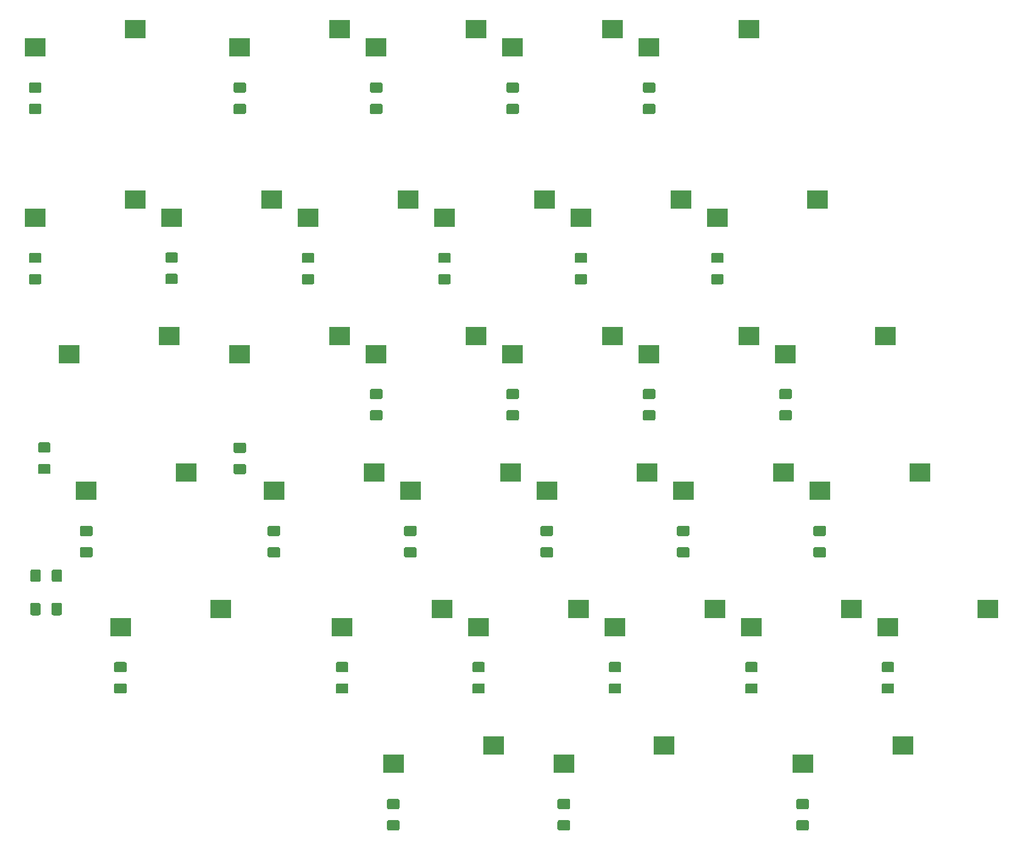
<source format=gbp>
G04 #@! TF.GenerationSoftware,KiCad,Pcbnew,(5.0.2)-1*
G04 #@! TF.CreationDate,2019-02-16T22:04:27+09:00*
G04 #@! TF.ProjectId,pakbd,70616b62-642e-46b6-9963-61645f706362,1*
G04 #@! TF.SameCoordinates,Original*
G04 #@! TF.FileFunction,Paste,Bot*
G04 #@! TF.FilePolarity,Positive*
%FSLAX46Y46*%
G04 Gerber Fmt 4.6, Leading zero omitted, Abs format (unit mm)*
G04 Created by KiCad (PCBNEW (5.0.2)-1) date 2019/02/16 22:04:27*
%MOMM*%
%LPD*%
G01*
G04 APERTURE LIST*
%ADD10C,0.100000*%
%ADD11C,1.425000*%
%ADD12R,3.000000X2.500000*%
G04 APERTURE END LIST*
D10*
G04 #@! TO.C,D4*
G36*
X118154504Y-40861204D02*
X118178773Y-40864804D01*
X118202571Y-40870765D01*
X118225671Y-40879030D01*
X118247849Y-40889520D01*
X118268893Y-40902133D01*
X118288598Y-40916747D01*
X118306777Y-40933223D01*
X118323253Y-40951402D01*
X118337867Y-40971107D01*
X118350480Y-40992151D01*
X118360970Y-41014329D01*
X118369235Y-41037429D01*
X118375196Y-41061227D01*
X118378796Y-41085496D01*
X118380000Y-41110000D01*
X118380000Y-42035000D01*
X118378796Y-42059504D01*
X118375196Y-42083773D01*
X118369235Y-42107571D01*
X118360970Y-42130671D01*
X118350480Y-42152849D01*
X118337867Y-42173893D01*
X118323253Y-42193598D01*
X118306777Y-42211777D01*
X118288598Y-42228253D01*
X118268893Y-42242867D01*
X118247849Y-42255480D01*
X118225671Y-42265970D01*
X118202571Y-42274235D01*
X118178773Y-42280196D01*
X118154504Y-42283796D01*
X118130000Y-42285000D01*
X116880000Y-42285000D01*
X116855496Y-42283796D01*
X116831227Y-42280196D01*
X116807429Y-42274235D01*
X116784329Y-42265970D01*
X116762151Y-42255480D01*
X116741107Y-42242867D01*
X116721402Y-42228253D01*
X116703223Y-42211777D01*
X116686747Y-42193598D01*
X116672133Y-42173893D01*
X116659520Y-42152849D01*
X116649030Y-42130671D01*
X116640765Y-42107571D01*
X116634804Y-42083773D01*
X116631204Y-42059504D01*
X116630000Y-42035000D01*
X116630000Y-41110000D01*
X116631204Y-41085496D01*
X116634804Y-41061227D01*
X116640765Y-41037429D01*
X116649030Y-41014329D01*
X116659520Y-40992151D01*
X116672133Y-40971107D01*
X116686747Y-40951402D01*
X116703223Y-40933223D01*
X116721402Y-40916747D01*
X116741107Y-40902133D01*
X116762151Y-40889520D01*
X116784329Y-40879030D01*
X116807429Y-40870765D01*
X116831227Y-40864804D01*
X116855496Y-40861204D01*
X116880000Y-40860000D01*
X118130000Y-40860000D01*
X118154504Y-40861204D01*
X118154504Y-40861204D01*
G37*
D11*
X117505000Y-41572500D03*
D10*
G36*
X118154504Y-43836204D02*
X118178773Y-43839804D01*
X118202571Y-43845765D01*
X118225671Y-43854030D01*
X118247849Y-43864520D01*
X118268893Y-43877133D01*
X118288598Y-43891747D01*
X118306777Y-43908223D01*
X118323253Y-43926402D01*
X118337867Y-43946107D01*
X118350480Y-43967151D01*
X118360970Y-43989329D01*
X118369235Y-44012429D01*
X118375196Y-44036227D01*
X118378796Y-44060496D01*
X118380000Y-44085000D01*
X118380000Y-45010000D01*
X118378796Y-45034504D01*
X118375196Y-45058773D01*
X118369235Y-45082571D01*
X118360970Y-45105671D01*
X118350480Y-45127849D01*
X118337867Y-45148893D01*
X118323253Y-45168598D01*
X118306777Y-45186777D01*
X118288598Y-45203253D01*
X118268893Y-45217867D01*
X118247849Y-45230480D01*
X118225671Y-45240970D01*
X118202571Y-45249235D01*
X118178773Y-45255196D01*
X118154504Y-45258796D01*
X118130000Y-45260000D01*
X116880000Y-45260000D01*
X116855496Y-45258796D01*
X116831227Y-45255196D01*
X116807429Y-45249235D01*
X116784329Y-45240970D01*
X116762151Y-45230480D01*
X116741107Y-45217867D01*
X116721402Y-45203253D01*
X116703223Y-45186777D01*
X116686747Y-45168598D01*
X116672133Y-45148893D01*
X116659520Y-45127849D01*
X116649030Y-45105671D01*
X116640765Y-45082571D01*
X116634804Y-45058773D01*
X116631204Y-45034504D01*
X116630000Y-45010000D01*
X116630000Y-44085000D01*
X116631204Y-44060496D01*
X116634804Y-44036227D01*
X116640765Y-44012429D01*
X116649030Y-43989329D01*
X116659520Y-43967151D01*
X116672133Y-43946107D01*
X116686747Y-43926402D01*
X116703223Y-43908223D01*
X116721402Y-43891747D01*
X116741107Y-43877133D01*
X116762151Y-43864520D01*
X116784329Y-43854030D01*
X116807429Y-43845765D01*
X116831227Y-43839804D01*
X116855496Y-43836204D01*
X116880000Y-43835000D01*
X118130000Y-43835000D01*
X118154504Y-43836204D01*
X118154504Y-43836204D01*
G37*
D11*
X117505000Y-44547500D03*
G04 #@! TD*
D10*
G04 #@! TO.C,D0*
G36*
X32429504Y-40861204D02*
X32453773Y-40864804D01*
X32477571Y-40870765D01*
X32500671Y-40879030D01*
X32522849Y-40889520D01*
X32543893Y-40902133D01*
X32563598Y-40916747D01*
X32581777Y-40933223D01*
X32598253Y-40951402D01*
X32612867Y-40971107D01*
X32625480Y-40992151D01*
X32635970Y-41014329D01*
X32644235Y-41037429D01*
X32650196Y-41061227D01*
X32653796Y-41085496D01*
X32655000Y-41110000D01*
X32655000Y-42035000D01*
X32653796Y-42059504D01*
X32650196Y-42083773D01*
X32644235Y-42107571D01*
X32635970Y-42130671D01*
X32625480Y-42152849D01*
X32612867Y-42173893D01*
X32598253Y-42193598D01*
X32581777Y-42211777D01*
X32563598Y-42228253D01*
X32543893Y-42242867D01*
X32522849Y-42255480D01*
X32500671Y-42265970D01*
X32477571Y-42274235D01*
X32453773Y-42280196D01*
X32429504Y-42283796D01*
X32405000Y-42285000D01*
X31155000Y-42285000D01*
X31130496Y-42283796D01*
X31106227Y-42280196D01*
X31082429Y-42274235D01*
X31059329Y-42265970D01*
X31037151Y-42255480D01*
X31016107Y-42242867D01*
X30996402Y-42228253D01*
X30978223Y-42211777D01*
X30961747Y-42193598D01*
X30947133Y-42173893D01*
X30934520Y-42152849D01*
X30924030Y-42130671D01*
X30915765Y-42107571D01*
X30909804Y-42083773D01*
X30906204Y-42059504D01*
X30905000Y-42035000D01*
X30905000Y-41110000D01*
X30906204Y-41085496D01*
X30909804Y-41061227D01*
X30915765Y-41037429D01*
X30924030Y-41014329D01*
X30934520Y-40992151D01*
X30947133Y-40971107D01*
X30961747Y-40951402D01*
X30978223Y-40933223D01*
X30996402Y-40916747D01*
X31016107Y-40902133D01*
X31037151Y-40889520D01*
X31059329Y-40879030D01*
X31082429Y-40870765D01*
X31106227Y-40864804D01*
X31130496Y-40861204D01*
X31155000Y-40860000D01*
X32405000Y-40860000D01*
X32429504Y-40861204D01*
X32429504Y-40861204D01*
G37*
D11*
X31780000Y-41572500D03*
D10*
G36*
X32429504Y-43836204D02*
X32453773Y-43839804D01*
X32477571Y-43845765D01*
X32500671Y-43854030D01*
X32522849Y-43864520D01*
X32543893Y-43877133D01*
X32563598Y-43891747D01*
X32581777Y-43908223D01*
X32598253Y-43926402D01*
X32612867Y-43946107D01*
X32625480Y-43967151D01*
X32635970Y-43989329D01*
X32644235Y-44012429D01*
X32650196Y-44036227D01*
X32653796Y-44060496D01*
X32655000Y-44085000D01*
X32655000Y-45010000D01*
X32653796Y-45034504D01*
X32650196Y-45058773D01*
X32644235Y-45082571D01*
X32635970Y-45105671D01*
X32625480Y-45127849D01*
X32612867Y-45148893D01*
X32598253Y-45168598D01*
X32581777Y-45186777D01*
X32563598Y-45203253D01*
X32543893Y-45217867D01*
X32522849Y-45230480D01*
X32500671Y-45240970D01*
X32477571Y-45249235D01*
X32453773Y-45255196D01*
X32429504Y-45258796D01*
X32405000Y-45260000D01*
X31155000Y-45260000D01*
X31130496Y-45258796D01*
X31106227Y-45255196D01*
X31082429Y-45249235D01*
X31059329Y-45240970D01*
X31037151Y-45230480D01*
X31016107Y-45217867D01*
X30996402Y-45203253D01*
X30978223Y-45186777D01*
X30961747Y-45168598D01*
X30947133Y-45148893D01*
X30934520Y-45127849D01*
X30924030Y-45105671D01*
X30915765Y-45082571D01*
X30909804Y-45058773D01*
X30906204Y-45034504D01*
X30905000Y-45010000D01*
X30905000Y-44085000D01*
X30906204Y-44060496D01*
X30909804Y-44036227D01*
X30915765Y-44012429D01*
X30924030Y-43989329D01*
X30934520Y-43967151D01*
X30947133Y-43946107D01*
X30961747Y-43926402D01*
X30978223Y-43908223D01*
X30996402Y-43891747D01*
X31016107Y-43877133D01*
X31037151Y-43864520D01*
X31059329Y-43854030D01*
X31082429Y-43845765D01*
X31106227Y-43839804D01*
X31130496Y-43836204D01*
X31155000Y-43835000D01*
X32405000Y-43835000D01*
X32429504Y-43836204D01*
X32429504Y-43836204D01*
G37*
D11*
X31780000Y-44547500D03*
G04 #@! TD*
D10*
G04 #@! TO.C,D3*
G36*
X99104504Y-43836204D02*
X99128773Y-43839804D01*
X99152571Y-43845765D01*
X99175671Y-43854030D01*
X99197849Y-43864520D01*
X99218893Y-43877133D01*
X99238598Y-43891747D01*
X99256777Y-43908223D01*
X99273253Y-43926402D01*
X99287867Y-43946107D01*
X99300480Y-43967151D01*
X99310970Y-43989329D01*
X99319235Y-44012429D01*
X99325196Y-44036227D01*
X99328796Y-44060496D01*
X99330000Y-44085000D01*
X99330000Y-45010000D01*
X99328796Y-45034504D01*
X99325196Y-45058773D01*
X99319235Y-45082571D01*
X99310970Y-45105671D01*
X99300480Y-45127849D01*
X99287867Y-45148893D01*
X99273253Y-45168598D01*
X99256777Y-45186777D01*
X99238598Y-45203253D01*
X99218893Y-45217867D01*
X99197849Y-45230480D01*
X99175671Y-45240970D01*
X99152571Y-45249235D01*
X99128773Y-45255196D01*
X99104504Y-45258796D01*
X99080000Y-45260000D01*
X97830000Y-45260000D01*
X97805496Y-45258796D01*
X97781227Y-45255196D01*
X97757429Y-45249235D01*
X97734329Y-45240970D01*
X97712151Y-45230480D01*
X97691107Y-45217867D01*
X97671402Y-45203253D01*
X97653223Y-45186777D01*
X97636747Y-45168598D01*
X97622133Y-45148893D01*
X97609520Y-45127849D01*
X97599030Y-45105671D01*
X97590765Y-45082571D01*
X97584804Y-45058773D01*
X97581204Y-45034504D01*
X97580000Y-45010000D01*
X97580000Y-44085000D01*
X97581204Y-44060496D01*
X97584804Y-44036227D01*
X97590765Y-44012429D01*
X97599030Y-43989329D01*
X97609520Y-43967151D01*
X97622133Y-43946107D01*
X97636747Y-43926402D01*
X97653223Y-43908223D01*
X97671402Y-43891747D01*
X97691107Y-43877133D01*
X97712151Y-43864520D01*
X97734329Y-43854030D01*
X97757429Y-43845765D01*
X97781227Y-43839804D01*
X97805496Y-43836204D01*
X97830000Y-43835000D01*
X99080000Y-43835000D01*
X99104504Y-43836204D01*
X99104504Y-43836204D01*
G37*
D11*
X98455000Y-44547500D03*
D10*
G36*
X99104504Y-40861204D02*
X99128773Y-40864804D01*
X99152571Y-40870765D01*
X99175671Y-40879030D01*
X99197849Y-40889520D01*
X99218893Y-40902133D01*
X99238598Y-40916747D01*
X99256777Y-40933223D01*
X99273253Y-40951402D01*
X99287867Y-40971107D01*
X99300480Y-40992151D01*
X99310970Y-41014329D01*
X99319235Y-41037429D01*
X99325196Y-41061227D01*
X99328796Y-41085496D01*
X99330000Y-41110000D01*
X99330000Y-42035000D01*
X99328796Y-42059504D01*
X99325196Y-42083773D01*
X99319235Y-42107571D01*
X99310970Y-42130671D01*
X99300480Y-42152849D01*
X99287867Y-42173893D01*
X99273253Y-42193598D01*
X99256777Y-42211777D01*
X99238598Y-42228253D01*
X99218893Y-42242867D01*
X99197849Y-42255480D01*
X99175671Y-42265970D01*
X99152571Y-42274235D01*
X99128773Y-42280196D01*
X99104504Y-42283796D01*
X99080000Y-42285000D01*
X97830000Y-42285000D01*
X97805496Y-42283796D01*
X97781227Y-42280196D01*
X97757429Y-42274235D01*
X97734329Y-42265970D01*
X97712151Y-42255480D01*
X97691107Y-42242867D01*
X97671402Y-42228253D01*
X97653223Y-42211777D01*
X97636747Y-42193598D01*
X97622133Y-42173893D01*
X97609520Y-42152849D01*
X97599030Y-42130671D01*
X97590765Y-42107571D01*
X97584804Y-42083773D01*
X97581204Y-42059504D01*
X97580000Y-42035000D01*
X97580000Y-41110000D01*
X97581204Y-41085496D01*
X97584804Y-41061227D01*
X97590765Y-41037429D01*
X97599030Y-41014329D01*
X97609520Y-40992151D01*
X97622133Y-40971107D01*
X97636747Y-40951402D01*
X97653223Y-40933223D01*
X97671402Y-40916747D01*
X97691107Y-40902133D01*
X97712151Y-40889520D01*
X97734329Y-40879030D01*
X97757429Y-40870765D01*
X97781227Y-40864804D01*
X97805496Y-40861204D01*
X97830000Y-40860000D01*
X99080000Y-40860000D01*
X99104504Y-40861204D01*
X99104504Y-40861204D01*
G37*
D11*
X98455000Y-41572500D03*
G04 #@! TD*
D10*
G04 #@! TO.C,D5*
G36*
X32429504Y-67603704D02*
X32453773Y-67607304D01*
X32477571Y-67613265D01*
X32500671Y-67621530D01*
X32522849Y-67632020D01*
X32543893Y-67644633D01*
X32563598Y-67659247D01*
X32581777Y-67675723D01*
X32598253Y-67693902D01*
X32612867Y-67713607D01*
X32625480Y-67734651D01*
X32635970Y-67756829D01*
X32644235Y-67779929D01*
X32650196Y-67803727D01*
X32653796Y-67827996D01*
X32655000Y-67852500D01*
X32655000Y-68777500D01*
X32653796Y-68802004D01*
X32650196Y-68826273D01*
X32644235Y-68850071D01*
X32635970Y-68873171D01*
X32625480Y-68895349D01*
X32612867Y-68916393D01*
X32598253Y-68936098D01*
X32581777Y-68954277D01*
X32563598Y-68970753D01*
X32543893Y-68985367D01*
X32522849Y-68997980D01*
X32500671Y-69008470D01*
X32477571Y-69016735D01*
X32453773Y-69022696D01*
X32429504Y-69026296D01*
X32405000Y-69027500D01*
X31155000Y-69027500D01*
X31130496Y-69026296D01*
X31106227Y-69022696D01*
X31082429Y-69016735D01*
X31059329Y-69008470D01*
X31037151Y-68997980D01*
X31016107Y-68985367D01*
X30996402Y-68970753D01*
X30978223Y-68954277D01*
X30961747Y-68936098D01*
X30947133Y-68916393D01*
X30934520Y-68895349D01*
X30924030Y-68873171D01*
X30915765Y-68850071D01*
X30909804Y-68826273D01*
X30906204Y-68802004D01*
X30905000Y-68777500D01*
X30905000Y-67852500D01*
X30906204Y-67827996D01*
X30909804Y-67803727D01*
X30915765Y-67779929D01*
X30924030Y-67756829D01*
X30934520Y-67734651D01*
X30947133Y-67713607D01*
X30961747Y-67693902D01*
X30978223Y-67675723D01*
X30996402Y-67659247D01*
X31016107Y-67644633D01*
X31037151Y-67632020D01*
X31059329Y-67621530D01*
X31082429Y-67613265D01*
X31106227Y-67607304D01*
X31130496Y-67603704D01*
X31155000Y-67602500D01*
X32405000Y-67602500D01*
X32429504Y-67603704D01*
X32429504Y-67603704D01*
G37*
D11*
X31780000Y-68315000D03*
D10*
G36*
X32429504Y-64628704D02*
X32453773Y-64632304D01*
X32477571Y-64638265D01*
X32500671Y-64646530D01*
X32522849Y-64657020D01*
X32543893Y-64669633D01*
X32563598Y-64684247D01*
X32581777Y-64700723D01*
X32598253Y-64718902D01*
X32612867Y-64738607D01*
X32625480Y-64759651D01*
X32635970Y-64781829D01*
X32644235Y-64804929D01*
X32650196Y-64828727D01*
X32653796Y-64852996D01*
X32655000Y-64877500D01*
X32655000Y-65802500D01*
X32653796Y-65827004D01*
X32650196Y-65851273D01*
X32644235Y-65875071D01*
X32635970Y-65898171D01*
X32625480Y-65920349D01*
X32612867Y-65941393D01*
X32598253Y-65961098D01*
X32581777Y-65979277D01*
X32563598Y-65995753D01*
X32543893Y-66010367D01*
X32522849Y-66022980D01*
X32500671Y-66033470D01*
X32477571Y-66041735D01*
X32453773Y-66047696D01*
X32429504Y-66051296D01*
X32405000Y-66052500D01*
X31155000Y-66052500D01*
X31130496Y-66051296D01*
X31106227Y-66047696D01*
X31082429Y-66041735D01*
X31059329Y-66033470D01*
X31037151Y-66022980D01*
X31016107Y-66010367D01*
X30996402Y-65995753D01*
X30978223Y-65979277D01*
X30961747Y-65961098D01*
X30947133Y-65941393D01*
X30934520Y-65920349D01*
X30924030Y-65898171D01*
X30915765Y-65875071D01*
X30909804Y-65851273D01*
X30906204Y-65827004D01*
X30905000Y-65802500D01*
X30905000Y-64877500D01*
X30906204Y-64852996D01*
X30909804Y-64828727D01*
X30915765Y-64804929D01*
X30924030Y-64781829D01*
X30934520Y-64759651D01*
X30947133Y-64738607D01*
X30961747Y-64718902D01*
X30978223Y-64700723D01*
X30996402Y-64684247D01*
X31016107Y-64669633D01*
X31037151Y-64657020D01*
X31059329Y-64646530D01*
X31082429Y-64638265D01*
X31106227Y-64632304D01*
X31130496Y-64628704D01*
X31155000Y-64627500D01*
X32405000Y-64627500D01*
X32429504Y-64628704D01*
X32429504Y-64628704D01*
G37*
D11*
X31780000Y-65340000D03*
G04 #@! TD*
D10*
G04 #@! TO.C,D6*
G36*
X51479504Y-67573704D02*
X51503773Y-67577304D01*
X51527571Y-67583265D01*
X51550671Y-67591530D01*
X51572849Y-67602020D01*
X51593893Y-67614633D01*
X51613598Y-67629247D01*
X51631777Y-67645723D01*
X51648253Y-67663902D01*
X51662867Y-67683607D01*
X51675480Y-67704651D01*
X51685970Y-67726829D01*
X51694235Y-67749929D01*
X51700196Y-67773727D01*
X51703796Y-67797996D01*
X51705000Y-67822500D01*
X51705000Y-68747500D01*
X51703796Y-68772004D01*
X51700196Y-68796273D01*
X51694235Y-68820071D01*
X51685970Y-68843171D01*
X51675480Y-68865349D01*
X51662867Y-68886393D01*
X51648253Y-68906098D01*
X51631777Y-68924277D01*
X51613598Y-68940753D01*
X51593893Y-68955367D01*
X51572849Y-68967980D01*
X51550671Y-68978470D01*
X51527571Y-68986735D01*
X51503773Y-68992696D01*
X51479504Y-68996296D01*
X51455000Y-68997500D01*
X50205000Y-68997500D01*
X50180496Y-68996296D01*
X50156227Y-68992696D01*
X50132429Y-68986735D01*
X50109329Y-68978470D01*
X50087151Y-68967980D01*
X50066107Y-68955367D01*
X50046402Y-68940753D01*
X50028223Y-68924277D01*
X50011747Y-68906098D01*
X49997133Y-68886393D01*
X49984520Y-68865349D01*
X49974030Y-68843171D01*
X49965765Y-68820071D01*
X49959804Y-68796273D01*
X49956204Y-68772004D01*
X49955000Y-68747500D01*
X49955000Y-67822500D01*
X49956204Y-67797996D01*
X49959804Y-67773727D01*
X49965765Y-67749929D01*
X49974030Y-67726829D01*
X49984520Y-67704651D01*
X49997133Y-67683607D01*
X50011747Y-67663902D01*
X50028223Y-67645723D01*
X50046402Y-67629247D01*
X50066107Y-67614633D01*
X50087151Y-67602020D01*
X50109329Y-67591530D01*
X50132429Y-67583265D01*
X50156227Y-67577304D01*
X50180496Y-67573704D01*
X50205000Y-67572500D01*
X51455000Y-67572500D01*
X51479504Y-67573704D01*
X51479504Y-67573704D01*
G37*
D11*
X50830000Y-68285000D03*
D10*
G36*
X51479504Y-64598704D02*
X51503773Y-64602304D01*
X51527571Y-64608265D01*
X51550671Y-64616530D01*
X51572849Y-64627020D01*
X51593893Y-64639633D01*
X51613598Y-64654247D01*
X51631777Y-64670723D01*
X51648253Y-64688902D01*
X51662867Y-64708607D01*
X51675480Y-64729651D01*
X51685970Y-64751829D01*
X51694235Y-64774929D01*
X51700196Y-64798727D01*
X51703796Y-64822996D01*
X51705000Y-64847500D01*
X51705000Y-65772500D01*
X51703796Y-65797004D01*
X51700196Y-65821273D01*
X51694235Y-65845071D01*
X51685970Y-65868171D01*
X51675480Y-65890349D01*
X51662867Y-65911393D01*
X51648253Y-65931098D01*
X51631777Y-65949277D01*
X51613598Y-65965753D01*
X51593893Y-65980367D01*
X51572849Y-65992980D01*
X51550671Y-66003470D01*
X51527571Y-66011735D01*
X51503773Y-66017696D01*
X51479504Y-66021296D01*
X51455000Y-66022500D01*
X50205000Y-66022500D01*
X50180496Y-66021296D01*
X50156227Y-66017696D01*
X50132429Y-66011735D01*
X50109329Y-66003470D01*
X50087151Y-65992980D01*
X50066107Y-65980367D01*
X50046402Y-65965753D01*
X50028223Y-65949277D01*
X50011747Y-65931098D01*
X49997133Y-65911393D01*
X49984520Y-65890349D01*
X49974030Y-65868171D01*
X49965765Y-65845071D01*
X49959804Y-65821273D01*
X49956204Y-65797004D01*
X49955000Y-65772500D01*
X49955000Y-64847500D01*
X49956204Y-64822996D01*
X49959804Y-64798727D01*
X49965765Y-64774929D01*
X49974030Y-64751829D01*
X49984520Y-64729651D01*
X49997133Y-64708607D01*
X50011747Y-64688902D01*
X50028223Y-64670723D01*
X50046402Y-64654247D01*
X50066107Y-64639633D01*
X50087151Y-64627020D01*
X50109329Y-64616530D01*
X50132429Y-64608265D01*
X50156227Y-64602304D01*
X50180496Y-64598704D01*
X50205000Y-64597500D01*
X51455000Y-64597500D01*
X51479504Y-64598704D01*
X51479504Y-64598704D01*
G37*
D11*
X50830000Y-65310000D03*
G04 #@! TD*
D10*
G04 #@! TO.C,D7*
G36*
X70529504Y-67603704D02*
X70553773Y-67607304D01*
X70577571Y-67613265D01*
X70600671Y-67621530D01*
X70622849Y-67632020D01*
X70643893Y-67644633D01*
X70663598Y-67659247D01*
X70681777Y-67675723D01*
X70698253Y-67693902D01*
X70712867Y-67713607D01*
X70725480Y-67734651D01*
X70735970Y-67756829D01*
X70744235Y-67779929D01*
X70750196Y-67803727D01*
X70753796Y-67827996D01*
X70755000Y-67852500D01*
X70755000Y-68777500D01*
X70753796Y-68802004D01*
X70750196Y-68826273D01*
X70744235Y-68850071D01*
X70735970Y-68873171D01*
X70725480Y-68895349D01*
X70712867Y-68916393D01*
X70698253Y-68936098D01*
X70681777Y-68954277D01*
X70663598Y-68970753D01*
X70643893Y-68985367D01*
X70622849Y-68997980D01*
X70600671Y-69008470D01*
X70577571Y-69016735D01*
X70553773Y-69022696D01*
X70529504Y-69026296D01*
X70505000Y-69027500D01*
X69255000Y-69027500D01*
X69230496Y-69026296D01*
X69206227Y-69022696D01*
X69182429Y-69016735D01*
X69159329Y-69008470D01*
X69137151Y-68997980D01*
X69116107Y-68985367D01*
X69096402Y-68970753D01*
X69078223Y-68954277D01*
X69061747Y-68936098D01*
X69047133Y-68916393D01*
X69034520Y-68895349D01*
X69024030Y-68873171D01*
X69015765Y-68850071D01*
X69009804Y-68826273D01*
X69006204Y-68802004D01*
X69005000Y-68777500D01*
X69005000Y-67852500D01*
X69006204Y-67827996D01*
X69009804Y-67803727D01*
X69015765Y-67779929D01*
X69024030Y-67756829D01*
X69034520Y-67734651D01*
X69047133Y-67713607D01*
X69061747Y-67693902D01*
X69078223Y-67675723D01*
X69096402Y-67659247D01*
X69116107Y-67644633D01*
X69137151Y-67632020D01*
X69159329Y-67621530D01*
X69182429Y-67613265D01*
X69206227Y-67607304D01*
X69230496Y-67603704D01*
X69255000Y-67602500D01*
X70505000Y-67602500D01*
X70529504Y-67603704D01*
X70529504Y-67603704D01*
G37*
D11*
X69880000Y-68315000D03*
D10*
G36*
X70529504Y-64628704D02*
X70553773Y-64632304D01*
X70577571Y-64638265D01*
X70600671Y-64646530D01*
X70622849Y-64657020D01*
X70643893Y-64669633D01*
X70663598Y-64684247D01*
X70681777Y-64700723D01*
X70698253Y-64718902D01*
X70712867Y-64738607D01*
X70725480Y-64759651D01*
X70735970Y-64781829D01*
X70744235Y-64804929D01*
X70750196Y-64828727D01*
X70753796Y-64852996D01*
X70755000Y-64877500D01*
X70755000Y-65802500D01*
X70753796Y-65827004D01*
X70750196Y-65851273D01*
X70744235Y-65875071D01*
X70735970Y-65898171D01*
X70725480Y-65920349D01*
X70712867Y-65941393D01*
X70698253Y-65961098D01*
X70681777Y-65979277D01*
X70663598Y-65995753D01*
X70643893Y-66010367D01*
X70622849Y-66022980D01*
X70600671Y-66033470D01*
X70577571Y-66041735D01*
X70553773Y-66047696D01*
X70529504Y-66051296D01*
X70505000Y-66052500D01*
X69255000Y-66052500D01*
X69230496Y-66051296D01*
X69206227Y-66047696D01*
X69182429Y-66041735D01*
X69159329Y-66033470D01*
X69137151Y-66022980D01*
X69116107Y-66010367D01*
X69096402Y-65995753D01*
X69078223Y-65979277D01*
X69061747Y-65961098D01*
X69047133Y-65941393D01*
X69034520Y-65920349D01*
X69024030Y-65898171D01*
X69015765Y-65875071D01*
X69009804Y-65851273D01*
X69006204Y-65827004D01*
X69005000Y-65802500D01*
X69005000Y-64877500D01*
X69006204Y-64852996D01*
X69009804Y-64828727D01*
X69015765Y-64804929D01*
X69024030Y-64781829D01*
X69034520Y-64759651D01*
X69047133Y-64738607D01*
X69061747Y-64718902D01*
X69078223Y-64700723D01*
X69096402Y-64684247D01*
X69116107Y-64669633D01*
X69137151Y-64657020D01*
X69159329Y-64646530D01*
X69182429Y-64638265D01*
X69206227Y-64632304D01*
X69230496Y-64628704D01*
X69255000Y-64627500D01*
X70505000Y-64627500D01*
X70529504Y-64628704D01*
X70529504Y-64628704D01*
G37*
D11*
X69880000Y-65340000D03*
G04 #@! TD*
D10*
G04 #@! TO.C,D1*
G36*
X61004504Y-40861204D02*
X61028773Y-40864804D01*
X61052571Y-40870765D01*
X61075671Y-40879030D01*
X61097849Y-40889520D01*
X61118893Y-40902133D01*
X61138598Y-40916747D01*
X61156777Y-40933223D01*
X61173253Y-40951402D01*
X61187867Y-40971107D01*
X61200480Y-40992151D01*
X61210970Y-41014329D01*
X61219235Y-41037429D01*
X61225196Y-41061227D01*
X61228796Y-41085496D01*
X61230000Y-41110000D01*
X61230000Y-42035000D01*
X61228796Y-42059504D01*
X61225196Y-42083773D01*
X61219235Y-42107571D01*
X61210970Y-42130671D01*
X61200480Y-42152849D01*
X61187867Y-42173893D01*
X61173253Y-42193598D01*
X61156777Y-42211777D01*
X61138598Y-42228253D01*
X61118893Y-42242867D01*
X61097849Y-42255480D01*
X61075671Y-42265970D01*
X61052571Y-42274235D01*
X61028773Y-42280196D01*
X61004504Y-42283796D01*
X60980000Y-42285000D01*
X59730000Y-42285000D01*
X59705496Y-42283796D01*
X59681227Y-42280196D01*
X59657429Y-42274235D01*
X59634329Y-42265970D01*
X59612151Y-42255480D01*
X59591107Y-42242867D01*
X59571402Y-42228253D01*
X59553223Y-42211777D01*
X59536747Y-42193598D01*
X59522133Y-42173893D01*
X59509520Y-42152849D01*
X59499030Y-42130671D01*
X59490765Y-42107571D01*
X59484804Y-42083773D01*
X59481204Y-42059504D01*
X59480000Y-42035000D01*
X59480000Y-41110000D01*
X59481204Y-41085496D01*
X59484804Y-41061227D01*
X59490765Y-41037429D01*
X59499030Y-41014329D01*
X59509520Y-40992151D01*
X59522133Y-40971107D01*
X59536747Y-40951402D01*
X59553223Y-40933223D01*
X59571402Y-40916747D01*
X59591107Y-40902133D01*
X59612151Y-40889520D01*
X59634329Y-40879030D01*
X59657429Y-40870765D01*
X59681227Y-40864804D01*
X59705496Y-40861204D01*
X59730000Y-40860000D01*
X60980000Y-40860000D01*
X61004504Y-40861204D01*
X61004504Y-40861204D01*
G37*
D11*
X60355000Y-41572500D03*
D10*
G36*
X61004504Y-43836204D02*
X61028773Y-43839804D01*
X61052571Y-43845765D01*
X61075671Y-43854030D01*
X61097849Y-43864520D01*
X61118893Y-43877133D01*
X61138598Y-43891747D01*
X61156777Y-43908223D01*
X61173253Y-43926402D01*
X61187867Y-43946107D01*
X61200480Y-43967151D01*
X61210970Y-43989329D01*
X61219235Y-44012429D01*
X61225196Y-44036227D01*
X61228796Y-44060496D01*
X61230000Y-44085000D01*
X61230000Y-45010000D01*
X61228796Y-45034504D01*
X61225196Y-45058773D01*
X61219235Y-45082571D01*
X61210970Y-45105671D01*
X61200480Y-45127849D01*
X61187867Y-45148893D01*
X61173253Y-45168598D01*
X61156777Y-45186777D01*
X61138598Y-45203253D01*
X61118893Y-45217867D01*
X61097849Y-45230480D01*
X61075671Y-45240970D01*
X61052571Y-45249235D01*
X61028773Y-45255196D01*
X61004504Y-45258796D01*
X60980000Y-45260000D01*
X59730000Y-45260000D01*
X59705496Y-45258796D01*
X59681227Y-45255196D01*
X59657429Y-45249235D01*
X59634329Y-45240970D01*
X59612151Y-45230480D01*
X59591107Y-45217867D01*
X59571402Y-45203253D01*
X59553223Y-45186777D01*
X59536747Y-45168598D01*
X59522133Y-45148893D01*
X59509520Y-45127849D01*
X59499030Y-45105671D01*
X59490765Y-45082571D01*
X59484804Y-45058773D01*
X59481204Y-45034504D01*
X59480000Y-45010000D01*
X59480000Y-44085000D01*
X59481204Y-44060496D01*
X59484804Y-44036227D01*
X59490765Y-44012429D01*
X59499030Y-43989329D01*
X59509520Y-43967151D01*
X59522133Y-43946107D01*
X59536747Y-43926402D01*
X59553223Y-43908223D01*
X59571402Y-43891747D01*
X59591107Y-43877133D01*
X59612151Y-43864520D01*
X59634329Y-43854030D01*
X59657429Y-43845765D01*
X59681227Y-43839804D01*
X59705496Y-43836204D01*
X59730000Y-43835000D01*
X60980000Y-43835000D01*
X61004504Y-43836204D01*
X61004504Y-43836204D01*
G37*
D11*
X60355000Y-44547500D03*
G04 #@! TD*
D10*
G04 #@! TO.C,D28*
G36*
X151492004Y-124733704D02*
X151516273Y-124737304D01*
X151540071Y-124743265D01*
X151563171Y-124751530D01*
X151585349Y-124762020D01*
X151606393Y-124774633D01*
X151626098Y-124789247D01*
X151644277Y-124805723D01*
X151660753Y-124823902D01*
X151675367Y-124843607D01*
X151687980Y-124864651D01*
X151698470Y-124886829D01*
X151706735Y-124909929D01*
X151712696Y-124933727D01*
X151716296Y-124957996D01*
X151717500Y-124982500D01*
X151717500Y-125907500D01*
X151716296Y-125932004D01*
X151712696Y-125956273D01*
X151706735Y-125980071D01*
X151698470Y-126003171D01*
X151687980Y-126025349D01*
X151675367Y-126046393D01*
X151660753Y-126066098D01*
X151644277Y-126084277D01*
X151626098Y-126100753D01*
X151606393Y-126115367D01*
X151585349Y-126127980D01*
X151563171Y-126138470D01*
X151540071Y-126146735D01*
X151516273Y-126152696D01*
X151492004Y-126156296D01*
X151467500Y-126157500D01*
X150217500Y-126157500D01*
X150192996Y-126156296D01*
X150168727Y-126152696D01*
X150144929Y-126146735D01*
X150121829Y-126138470D01*
X150099651Y-126127980D01*
X150078607Y-126115367D01*
X150058902Y-126100753D01*
X150040723Y-126084277D01*
X150024247Y-126066098D01*
X150009633Y-126046393D01*
X149997020Y-126025349D01*
X149986530Y-126003171D01*
X149978265Y-125980071D01*
X149972304Y-125956273D01*
X149968704Y-125932004D01*
X149967500Y-125907500D01*
X149967500Y-124982500D01*
X149968704Y-124957996D01*
X149972304Y-124933727D01*
X149978265Y-124909929D01*
X149986530Y-124886829D01*
X149997020Y-124864651D01*
X150009633Y-124843607D01*
X150024247Y-124823902D01*
X150040723Y-124805723D01*
X150058902Y-124789247D01*
X150078607Y-124774633D01*
X150099651Y-124762020D01*
X150121829Y-124751530D01*
X150144929Y-124743265D01*
X150168727Y-124737304D01*
X150192996Y-124733704D01*
X150217500Y-124732500D01*
X151467500Y-124732500D01*
X151492004Y-124733704D01*
X151492004Y-124733704D01*
G37*
D11*
X150842500Y-125445000D03*
D10*
G36*
X151492004Y-121758704D02*
X151516273Y-121762304D01*
X151540071Y-121768265D01*
X151563171Y-121776530D01*
X151585349Y-121787020D01*
X151606393Y-121799633D01*
X151626098Y-121814247D01*
X151644277Y-121830723D01*
X151660753Y-121848902D01*
X151675367Y-121868607D01*
X151687980Y-121889651D01*
X151698470Y-121911829D01*
X151706735Y-121934929D01*
X151712696Y-121958727D01*
X151716296Y-121982996D01*
X151717500Y-122007500D01*
X151717500Y-122932500D01*
X151716296Y-122957004D01*
X151712696Y-122981273D01*
X151706735Y-123005071D01*
X151698470Y-123028171D01*
X151687980Y-123050349D01*
X151675367Y-123071393D01*
X151660753Y-123091098D01*
X151644277Y-123109277D01*
X151626098Y-123125753D01*
X151606393Y-123140367D01*
X151585349Y-123152980D01*
X151563171Y-123163470D01*
X151540071Y-123171735D01*
X151516273Y-123177696D01*
X151492004Y-123181296D01*
X151467500Y-123182500D01*
X150217500Y-123182500D01*
X150192996Y-123181296D01*
X150168727Y-123177696D01*
X150144929Y-123171735D01*
X150121829Y-123163470D01*
X150099651Y-123152980D01*
X150078607Y-123140367D01*
X150058902Y-123125753D01*
X150040723Y-123109277D01*
X150024247Y-123091098D01*
X150009633Y-123071393D01*
X149997020Y-123050349D01*
X149986530Y-123028171D01*
X149978265Y-123005071D01*
X149972304Y-122981273D01*
X149968704Y-122957004D01*
X149967500Y-122932500D01*
X149967500Y-122007500D01*
X149968704Y-121982996D01*
X149972304Y-121958727D01*
X149978265Y-121934929D01*
X149986530Y-121911829D01*
X149997020Y-121889651D01*
X150009633Y-121868607D01*
X150024247Y-121848902D01*
X150040723Y-121830723D01*
X150058902Y-121814247D01*
X150078607Y-121799633D01*
X150099651Y-121787020D01*
X150121829Y-121776530D01*
X150144929Y-121768265D01*
X150168727Y-121762304D01*
X150192996Y-121758704D01*
X150217500Y-121757500D01*
X151467500Y-121757500D01*
X151492004Y-121758704D01*
X151492004Y-121758704D01*
G37*
D11*
X150842500Y-122470000D03*
G04 #@! TD*
D10*
G04 #@! TO.C,D2*
G36*
X80054504Y-40861204D02*
X80078773Y-40864804D01*
X80102571Y-40870765D01*
X80125671Y-40879030D01*
X80147849Y-40889520D01*
X80168893Y-40902133D01*
X80188598Y-40916747D01*
X80206777Y-40933223D01*
X80223253Y-40951402D01*
X80237867Y-40971107D01*
X80250480Y-40992151D01*
X80260970Y-41014329D01*
X80269235Y-41037429D01*
X80275196Y-41061227D01*
X80278796Y-41085496D01*
X80280000Y-41110000D01*
X80280000Y-42035000D01*
X80278796Y-42059504D01*
X80275196Y-42083773D01*
X80269235Y-42107571D01*
X80260970Y-42130671D01*
X80250480Y-42152849D01*
X80237867Y-42173893D01*
X80223253Y-42193598D01*
X80206777Y-42211777D01*
X80188598Y-42228253D01*
X80168893Y-42242867D01*
X80147849Y-42255480D01*
X80125671Y-42265970D01*
X80102571Y-42274235D01*
X80078773Y-42280196D01*
X80054504Y-42283796D01*
X80030000Y-42285000D01*
X78780000Y-42285000D01*
X78755496Y-42283796D01*
X78731227Y-42280196D01*
X78707429Y-42274235D01*
X78684329Y-42265970D01*
X78662151Y-42255480D01*
X78641107Y-42242867D01*
X78621402Y-42228253D01*
X78603223Y-42211777D01*
X78586747Y-42193598D01*
X78572133Y-42173893D01*
X78559520Y-42152849D01*
X78549030Y-42130671D01*
X78540765Y-42107571D01*
X78534804Y-42083773D01*
X78531204Y-42059504D01*
X78530000Y-42035000D01*
X78530000Y-41110000D01*
X78531204Y-41085496D01*
X78534804Y-41061227D01*
X78540765Y-41037429D01*
X78549030Y-41014329D01*
X78559520Y-40992151D01*
X78572133Y-40971107D01*
X78586747Y-40951402D01*
X78603223Y-40933223D01*
X78621402Y-40916747D01*
X78641107Y-40902133D01*
X78662151Y-40889520D01*
X78684329Y-40879030D01*
X78707429Y-40870765D01*
X78731227Y-40864804D01*
X78755496Y-40861204D01*
X78780000Y-40860000D01*
X80030000Y-40860000D01*
X80054504Y-40861204D01*
X80054504Y-40861204D01*
G37*
D11*
X79405000Y-41572500D03*
D10*
G36*
X80054504Y-43836204D02*
X80078773Y-43839804D01*
X80102571Y-43845765D01*
X80125671Y-43854030D01*
X80147849Y-43864520D01*
X80168893Y-43877133D01*
X80188598Y-43891747D01*
X80206777Y-43908223D01*
X80223253Y-43926402D01*
X80237867Y-43946107D01*
X80250480Y-43967151D01*
X80260970Y-43989329D01*
X80269235Y-44012429D01*
X80275196Y-44036227D01*
X80278796Y-44060496D01*
X80280000Y-44085000D01*
X80280000Y-45010000D01*
X80278796Y-45034504D01*
X80275196Y-45058773D01*
X80269235Y-45082571D01*
X80260970Y-45105671D01*
X80250480Y-45127849D01*
X80237867Y-45148893D01*
X80223253Y-45168598D01*
X80206777Y-45186777D01*
X80188598Y-45203253D01*
X80168893Y-45217867D01*
X80147849Y-45230480D01*
X80125671Y-45240970D01*
X80102571Y-45249235D01*
X80078773Y-45255196D01*
X80054504Y-45258796D01*
X80030000Y-45260000D01*
X78780000Y-45260000D01*
X78755496Y-45258796D01*
X78731227Y-45255196D01*
X78707429Y-45249235D01*
X78684329Y-45240970D01*
X78662151Y-45230480D01*
X78641107Y-45217867D01*
X78621402Y-45203253D01*
X78603223Y-45186777D01*
X78586747Y-45168598D01*
X78572133Y-45148893D01*
X78559520Y-45127849D01*
X78549030Y-45105671D01*
X78540765Y-45082571D01*
X78534804Y-45058773D01*
X78531204Y-45034504D01*
X78530000Y-45010000D01*
X78530000Y-44085000D01*
X78531204Y-44060496D01*
X78534804Y-44036227D01*
X78540765Y-44012429D01*
X78549030Y-43989329D01*
X78559520Y-43967151D01*
X78572133Y-43946107D01*
X78586747Y-43926402D01*
X78603223Y-43908223D01*
X78621402Y-43891747D01*
X78641107Y-43877133D01*
X78662151Y-43864520D01*
X78684329Y-43854030D01*
X78707429Y-43845765D01*
X78731227Y-43839804D01*
X78755496Y-43836204D01*
X78780000Y-43835000D01*
X80030000Y-43835000D01*
X80054504Y-43836204D01*
X80054504Y-43836204D01*
G37*
D11*
X79405000Y-44547500D03*
G04 #@! TD*
D12*
G04 #@! TO.C,SW18*
X79087500Y-95310000D03*
X65117500Y-97850000D03*
G04 #@! TD*
D10*
G04 #@! TO.C,D25*
G36*
X94342004Y-121758704D02*
X94366273Y-121762304D01*
X94390071Y-121768265D01*
X94413171Y-121776530D01*
X94435349Y-121787020D01*
X94456393Y-121799633D01*
X94476098Y-121814247D01*
X94494277Y-121830723D01*
X94510753Y-121848902D01*
X94525367Y-121868607D01*
X94537980Y-121889651D01*
X94548470Y-121911829D01*
X94556735Y-121934929D01*
X94562696Y-121958727D01*
X94566296Y-121982996D01*
X94567500Y-122007500D01*
X94567500Y-122932500D01*
X94566296Y-122957004D01*
X94562696Y-122981273D01*
X94556735Y-123005071D01*
X94548470Y-123028171D01*
X94537980Y-123050349D01*
X94525367Y-123071393D01*
X94510753Y-123091098D01*
X94494277Y-123109277D01*
X94476098Y-123125753D01*
X94456393Y-123140367D01*
X94435349Y-123152980D01*
X94413171Y-123163470D01*
X94390071Y-123171735D01*
X94366273Y-123177696D01*
X94342004Y-123181296D01*
X94317500Y-123182500D01*
X93067500Y-123182500D01*
X93042996Y-123181296D01*
X93018727Y-123177696D01*
X92994929Y-123171735D01*
X92971829Y-123163470D01*
X92949651Y-123152980D01*
X92928607Y-123140367D01*
X92908902Y-123125753D01*
X92890723Y-123109277D01*
X92874247Y-123091098D01*
X92859633Y-123071393D01*
X92847020Y-123050349D01*
X92836530Y-123028171D01*
X92828265Y-123005071D01*
X92822304Y-122981273D01*
X92818704Y-122957004D01*
X92817500Y-122932500D01*
X92817500Y-122007500D01*
X92818704Y-121982996D01*
X92822304Y-121958727D01*
X92828265Y-121934929D01*
X92836530Y-121911829D01*
X92847020Y-121889651D01*
X92859633Y-121868607D01*
X92874247Y-121848902D01*
X92890723Y-121830723D01*
X92908902Y-121814247D01*
X92928607Y-121799633D01*
X92949651Y-121787020D01*
X92971829Y-121776530D01*
X92994929Y-121768265D01*
X93018727Y-121762304D01*
X93042996Y-121758704D01*
X93067500Y-121757500D01*
X94317500Y-121757500D01*
X94342004Y-121758704D01*
X94342004Y-121758704D01*
G37*
D11*
X93692500Y-122470000D03*
D10*
G36*
X94342004Y-124733704D02*
X94366273Y-124737304D01*
X94390071Y-124743265D01*
X94413171Y-124751530D01*
X94435349Y-124762020D01*
X94456393Y-124774633D01*
X94476098Y-124789247D01*
X94494277Y-124805723D01*
X94510753Y-124823902D01*
X94525367Y-124843607D01*
X94537980Y-124864651D01*
X94548470Y-124886829D01*
X94556735Y-124909929D01*
X94562696Y-124933727D01*
X94566296Y-124957996D01*
X94567500Y-124982500D01*
X94567500Y-125907500D01*
X94566296Y-125932004D01*
X94562696Y-125956273D01*
X94556735Y-125980071D01*
X94548470Y-126003171D01*
X94537980Y-126025349D01*
X94525367Y-126046393D01*
X94510753Y-126066098D01*
X94494277Y-126084277D01*
X94476098Y-126100753D01*
X94456393Y-126115367D01*
X94435349Y-126127980D01*
X94413171Y-126138470D01*
X94390071Y-126146735D01*
X94366273Y-126152696D01*
X94342004Y-126156296D01*
X94317500Y-126157500D01*
X93067500Y-126157500D01*
X93042996Y-126156296D01*
X93018727Y-126152696D01*
X92994929Y-126146735D01*
X92971829Y-126138470D01*
X92949651Y-126127980D01*
X92928607Y-126115367D01*
X92908902Y-126100753D01*
X92890723Y-126084277D01*
X92874247Y-126066098D01*
X92859633Y-126046393D01*
X92847020Y-126025349D01*
X92836530Y-126003171D01*
X92828265Y-125980071D01*
X92822304Y-125956273D01*
X92818704Y-125932004D01*
X92817500Y-125907500D01*
X92817500Y-124982500D01*
X92818704Y-124957996D01*
X92822304Y-124933727D01*
X92828265Y-124909929D01*
X92836530Y-124886829D01*
X92847020Y-124864651D01*
X92859633Y-124843607D01*
X92874247Y-124823902D01*
X92890723Y-124805723D01*
X92908902Y-124789247D01*
X92928607Y-124774633D01*
X92949651Y-124762020D01*
X92971829Y-124751530D01*
X92994929Y-124743265D01*
X93018727Y-124737304D01*
X93042996Y-124733704D01*
X93067500Y-124732500D01*
X94317500Y-124732500D01*
X94342004Y-124733704D01*
X94342004Y-124733704D01*
G37*
D11*
X93692500Y-125445000D03*
G04 #@! TD*
D10*
G04 #@! TO.C,D29*
G36*
X82435504Y-140858704D02*
X82459773Y-140862304D01*
X82483571Y-140868265D01*
X82506671Y-140876530D01*
X82528849Y-140887020D01*
X82549893Y-140899633D01*
X82569598Y-140914247D01*
X82587777Y-140930723D01*
X82604253Y-140948902D01*
X82618867Y-140968607D01*
X82631480Y-140989651D01*
X82641970Y-141011829D01*
X82650235Y-141034929D01*
X82656196Y-141058727D01*
X82659796Y-141082996D01*
X82661000Y-141107500D01*
X82661000Y-142032500D01*
X82659796Y-142057004D01*
X82656196Y-142081273D01*
X82650235Y-142105071D01*
X82641970Y-142128171D01*
X82631480Y-142150349D01*
X82618867Y-142171393D01*
X82604253Y-142191098D01*
X82587777Y-142209277D01*
X82569598Y-142225753D01*
X82549893Y-142240367D01*
X82528849Y-142252980D01*
X82506671Y-142263470D01*
X82483571Y-142271735D01*
X82459773Y-142277696D01*
X82435504Y-142281296D01*
X82411000Y-142282500D01*
X81161000Y-142282500D01*
X81136496Y-142281296D01*
X81112227Y-142277696D01*
X81088429Y-142271735D01*
X81065329Y-142263470D01*
X81043151Y-142252980D01*
X81022107Y-142240367D01*
X81002402Y-142225753D01*
X80984223Y-142209277D01*
X80967747Y-142191098D01*
X80953133Y-142171393D01*
X80940520Y-142150349D01*
X80930030Y-142128171D01*
X80921765Y-142105071D01*
X80915804Y-142081273D01*
X80912204Y-142057004D01*
X80911000Y-142032500D01*
X80911000Y-141107500D01*
X80912204Y-141082996D01*
X80915804Y-141058727D01*
X80921765Y-141034929D01*
X80930030Y-141011829D01*
X80940520Y-140989651D01*
X80953133Y-140968607D01*
X80967747Y-140948902D01*
X80984223Y-140930723D01*
X81002402Y-140914247D01*
X81022107Y-140899633D01*
X81043151Y-140887020D01*
X81065329Y-140876530D01*
X81088429Y-140868265D01*
X81112227Y-140862304D01*
X81136496Y-140858704D01*
X81161000Y-140857500D01*
X82411000Y-140857500D01*
X82435504Y-140858704D01*
X82435504Y-140858704D01*
G37*
D11*
X81786000Y-141570000D03*
D10*
G36*
X82435504Y-143833704D02*
X82459773Y-143837304D01*
X82483571Y-143843265D01*
X82506671Y-143851530D01*
X82528849Y-143862020D01*
X82549893Y-143874633D01*
X82569598Y-143889247D01*
X82587777Y-143905723D01*
X82604253Y-143923902D01*
X82618867Y-143943607D01*
X82631480Y-143964651D01*
X82641970Y-143986829D01*
X82650235Y-144009929D01*
X82656196Y-144033727D01*
X82659796Y-144057996D01*
X82661000Y-144082500D01*
X82661000Y-145007500D01*
X82659796Y-145032004D01*
X82656196Y-145056273D01*
X82650235Y-145080071D01*
X82641970Y-145103171D01*
X82631480Y-145125349D01*
X82618867Y-145146393D01*
X82604253Y-145166098D01*
X82587777Y-145184277D01*
X82569598Y-145200753D01*
X82549893Y-145215367D01*
X82528849Y-145227980D01*
X82506671Y-145238470D01*
X82483571Y-145246735D01*
X82459773Y-145252696D01*
X82435504Y-145256296D01*
X82411000Y-145257500D01*
X81161000Y-145257500D01*
X81136496Y-145256296D01*
X81112227Y-145252696D01*
X81088429Y-145246735D01*
X81065329Y-145238470D01*
X81043151Y-145227980D01*
X81022107Y-145215367D01*
X81002402Y-145200753D01*
X80984223Y-145184277D01*
X80967747Y-145166098D01*
X80953133Y-145146393D01*
X80940520Y-145125349D01*
X80930030Y-145103171D01*
X80921765Y-145080071D01*
X80915804Y-145056273D01*
X80912204Y-145032004D01*
X80911000Y-145007500D01*
X80911000Y-144082500D01*
X80912204Y-144057996D01*
X80915804Y-144033727D01*
X80921765Y-144009929D01*
X80930030Y-143986829D01*
X80940520Y-143964651D01*
X80953133Y-143943607D01*
X80967747Y-143923902D01*
X80984223Y-143905723D01*
X81002402Y-143889247D01*
X81022107Y-143874633D01*
X81043151Y-143862020D01*
X81065329Y-143851530D01*
X81088429Y-143843265D01*
X81112227Y-143837304D01*
X81136496Y-143833704D01*
X81161000Y-143832500D01*
X82411000Y-143832500D01*
X82435504Y-143833704D01*
X82435504Y-143833704D01*
G37*
D11*
X81786000Y-144545000D03*
G04 #@! TD*
D10*
G04 #@! TO.C,R_xdata0*
G36*
X35314504Y-108836204D02*
X35338773Y-108839804D01*
X35362571Y-108845765D01*
X35385671Y-108854030D01*
X35407849Y-108864520D01*
X35428893Y-108877133D01*
X35448598Y-108891747D01*
X35466777Y-108908223D01*
X35483253Y-108926402D01*
X35497867Y-108946107D01*
X35510480Y-108967151D01*
X35520970Y-108989329D01*
X35529235Y-109012429D01*
X35535196Y-109036227D01*
X35538796Y-109060496D01*
X35540000Y-109085000D01*
X35540000Y-110335000D01*
X35538796Y-110359504D01*
X35535196Y-110383773D01*
X35529235Y-110407571D01*
X35520970Y-110430671D01*
X35510480Y-110452849D01*
X35497867Y-110473893D01*
X35483253Y-110493598D01*
X35466777Y-110511777D01*
X35448598Y-110528253D01*
X35428893Y-110542867D01*
X35407849Y-110555480D01*
X35385671Y-110565970D01*
X35362571Y-110574235D01*
X35338773Y-110580196D01*
X35314504Y-110583796D01*
X35290000Y-110585000D01*
X34365000Y-110585000D01*
X34340496Y-110583796D01*
X34316227Y-110580196D01*
X34292429Y-110574235D01*
X34269329Y-110565970D01*
X34247151Y-110555480D01*
X34226107Y-110542867D01*
X34206402Y-110528253D01*
X34188223Y-110511777D01*
X34171747Y-110493598D01*
X34157133Y-110473893D01*
X34144520Y-110452849D01*
X34134030Y-110430671D01*
X34125765Y-110407571D01*
X34119804Y-110383773D01*
X34116204Y-110359504D01*
X34115000Y-110335000D01*
X34115000Y-109085000D01*
X34116204Y-109060496D01*
X34119804Y-109036227D01*
X34125765Y-109012429D01*
X34134030Y-108989329D01*
X34144520Y-108967151D01*
X34157133Y-108946107D01*
X34171747Y-108926402D01*
X34188223Y-108908223D01*
X34206402Y-108891747D01*
X34226107Y-108877133D01*
X34247151Y-108864520D01*
X34269329Y-108854030D01*
X34292429Y-108845765D01*
X34316227Y-108839804D01*
X34340496Y-108836204D01*
X34365000Y-108835000D01*
X35290000Y-108835000D01*
X35314504Y-108836204D01*
X35314504Y-108836204D01*
G37*
D11*
X34827500Y-109710000D03*
D10*
G36*
X32339504Y-108836204D02*
X32363773Y-108839804D01*
X32387571Y-108845765D01*
X32410671Y-108854030D01*
X32432849Y-108864520D01*
X32453893Y-108877133D01*
X32473598Y-108891747D01*
X32491777Y-108908223D01*
X32508253Y-108926402D01*
X32522867Y-108946107D01*
X32535480Y-108967151D01*
X32545970Y-108989329D01*
X32554235Y-109012429D01*
X32560196Y-109036227D01*
X32563796Y-109060496D01*
X32565000Y-109085000D01*
X32565000Y-110335000D01*
X32563796Y-110359504D01*
X32560196Y-110383773D01*
X32554235Y-110407571D01*
X32545970Y-110430671D01*
X32535480Y-110452849D01*
X32522867Y-110473893D01*
X32508253Y-110493598D01*
X32491777Y-110511777D01*
X32473598Y-110528253D01*
X32453893Y-110542867D01*
X32432849Y-110555480D01*
X32410671Y-110565970D01*
X32387571Y-110574235D01*
X32363773Y-110580196D01*
X32339504Y-110583796D01*
X32315000Y-110585000D01*
X31390000Y-110585000D01*
X31365496Y-110583796D01*
X31341227Y-110580196D01*
X31317429Y-110574235D01*
X31294329Y-110565970D01*
X31272151Y-110555480D01*
X31251107Y-110542867D01*
X31231402Y-110528253D01*
X31213223Y-110511777D01*
X31196747Y-110493598D01*
X31182133Y-110473893D01*
X31169520Y-110452849D01*
X31159030Y-110430671D01*
X31150765Y-110407571D01*
X31144804Y-110383773D01*
X31141204Y-110359504D01*
X31140000Y-110335000D01*
X31140000Y-109085000D01*
X31141204Y-109060496D01*
X31144804Y-109036227D01*
X31150765Y-109012429D01*
X31159030Y-108989329D01*
X31169520Y-108967151D01*
X31182133Y-108946107D01*
X31196747Y-108926402D01*
X31213223Y-108908223D01*
X31231402Y-108891747D01*
X31251107Y-108877133D01*
X31272151Y-108864520D01*
X31294329Y-108854030D01*
X31317429Y-108845765D01*
X31341227Y-108839804D01*
X31365496Y-108836204D01*
X31390000Y-108835000D01*
X32315000Y-108835000D01*
X32339504Y-108836204D01*
X32339504Y-108836204D01*
G37*
D11*
X31852500Y-109710000D03*
G04 #@! TD*
D10*
G04 #@! TO.C,D18*
G36*
X65767004Y-102748704D02*
X65791273Y-102752304D01*
X65815071Y-102758265D01*
X65838171Y-102766530D01*
X65860349Y-102777020D01*
X65881393Y-102789633D01*
X65901098Y-102804247D01*
X65919277Y-102820723D01*
X65935753Y-102838902D01*
X65950367Y-102858607D01*
X65962980Y-102879651D01*
X65973470Y-102901829D01*
X65981735Y-102924929D01*
X65987696Y-102948727D01*
X65991296Y-102972996D01*
X65992500Y-102997500D01*
X65992500Y-103922500D01*
X65991296Y-103947004D01*
X65987696Y-103971273D01*
X65981735Y-103995071D01*
X65973470Y-104018171D01*
X65962980Y-104040349D01*
X65950367Y-104061393D01*
X65935753Y-104081098D01*
X65919277Y-104099277D01*
X65901098Y-104115753D01*
X65881393Y-104130367D01*
X65860349Y-104142980D01*
X65838171Y-104153470D01*
X65815071Y-104161735D01*
X65791273Y-104167696D01*
X65767004Y-104171296D01*
X65742500Y-104172500D01*
X64492500Y-104172500D01*
X64467996Y-104171296D01*
X64443727Y-104167696D01*
X64419929Y-104161735D01*
X64396829Y-104153470D01*
X64374651Y-104142980D01*
X64353607Y-104130367D01*
X64333902Y-104115753D01*
X64315723Y-104099277D01*
X64299247Y-104081098D01*
X64284633Y-104061393D01*
X64272020Y-104040349D01*
X64261530Y-104018171D01*
X64253265Y-103995071D01*
X64247304Y-103971273D01*
X64243704Y-103947004D01*
X64242500Y-103922500D01*
X64242500Y-102997500D01*
X64243704Y-102972996D01*
X64247304Y-102948727D01*
X64253265Y-102924929D01*
X64261530Y-102901829D01*
X64272020Y-102879651D01*
X64284633Y-102858607D01*
X64299247Y-102838902D01*
X64315723Y-102820723D01*
X64333902Y-102804247D01*
X64353607Y-102789633D01*
X64374651Y-102777020D01*
X64396829Y-102766530D01*
X64419929Y-102758265D01*
X64443727Y-102752304D01*
X64467996Y-102748704D01*
X64492500Y-102747500D01*
X65742500Y-102747500D01*
X65767004Y-102748704D01*
X65767004Y-102748704D01*
G37*
D11*
X65117500Y-103460000D03*
D10*
G36*
X65767004Y-105723704D02*
X65791273Y-105727304D01*
X65815071Y-105733265D01*
X65838171Y-105741530D01*
X65860349Y-105752020D01*
X65881393Y-105764633D01*
X65901098Y-105779247D01*
X65919277Y-105795723D01*
X65935753Y-105813902D01*
X65950367Y-105833607D01*
X65962980Y-105854651D01*
X65973470Y-105876829D01*
X65981735Y-105899929D01*
X65987696Y-105923727D01*
X65991296Y-105947996D01*
X65992500Y-105972500D01*
X65992500Y-106897500D01*
X65991296Y-106922004D01*
X65987696Y-106946273D01*
X65981735Y-106970071D01*
X65973470Y-106993171D01*
X65962980Y-107015349D01*
X65950367Y-107036393D01*
X65935753Y-107056098D01*
X65919277Y-107074277D01*
X65901098Y-107090753D01*
X65881393Y-107105367D01*
X65860349Y-107117980D01*
X65838171Y-107128470D01*
X65815071Y-107136735D01*
X65791273Y-107142696D01*
X65767004Y-107146296D01*
X65742500Y-107147500D01*
X64492500Y-107147500D01*
X64467996Y-107146296D01*
X64443727Y-107142696D01*
X64419929Y-107136735D01*
X64396829Y-107128470D01*
X64374651Y-107117980D01*
X64353607Y-107105367D01*
X64333902Y-107090753D01*
X64315723Y-107074277D01*
X64299247Y-107056098D01*
X64284633Y-107036393D01*
X64272020Y-107015349D01*
X64261530Y-106993171D01*
X64253265Y-106970071D01*
X64247304Y-106946273D01*
X64243704Y-106922004D01*
X64242500Y-106897500D01*
X64242500Y-105972500D01*
X64243704Y-105947996D01*
X64247304Y-105923727D01*
X64253265Y-105899929D01*
X64261530Y-105876829D01*
X64272020Y-105854651D01*
X64284633Y-105833607D01*
X64299247Y-105813902D01*
X64315723Y-105795723D01*
X64333902Y-105779247D01*
X64353607Y-105764633D01*
X64374651Y-105752020D01*
X64396829Y-105741530D01*
X64419929Y-105733265D01*
X64443727Y-105727304D01*
X64467996Y-105723704D01*
X64492500Y-105722500D01*
X65742500Y-105722500D01*
X65767004Y-105723704D01*
X65767004Y-105723704D01*
G37*
D11*
X65117500Y-106435000D03*
G04 #@! TD*
D10*
G04 #@! TO.C,D30*
G36*
X106248004Y-143833704D02*
X106272273Y-143837304D01*
X106296071Y-143843265D01*
X106319171Y-143851530D01*
X106341349Y-143862020D01*
X106362393Y-143874633D01*
X106382098Y-143889247D01*
X106400277Y-143905723D01*
X106416753Y-143923902D01*
X106431367Y-143943607D01*
X106443980Y-143964651D01*
X106454470Y-143986829D01*
X106462735Y-144009929D01*
X106468696Y-144033727D01*
X106472296Y-144057996D01*
X106473500Y-144082500D01*
X106473500Y-145007500D01*
X106472296Y-145032004D01*
X106468696Y-145056273D01*
X106462735Y-145080071D01*
X106454470Y-145103171D01*
X106443980Y-145125349D01*
X106431367Y-145146393D01*
X106416753Y-145166098D01*
X106400277Y-145184277D01*
X106382098Y-145200753D01*
X106362393Y-145215367D01*
X106341349Y-145227980D01*
X106319171Y-145238470D01*
X106296071Y-145246735D01*
X106272273Y-145252696D01*
X106248004Y-145256296D01*
X106223500Y-145257500D01*
X104973500Y-145257500D01*
X104948996Y-145256296D01*
X104924727Y-145252696D01*
X104900929Y-145246735D01*
X104877829Y-145238470D01*
X104855651Y-145227980D01*
X104834607Y-145215367D01*
X104814902Y-145200753D01*
X104796723Y-145184277D01*
X104780247Y-145166098D01*
X104765633Y-145146393D01*
X104753020Y-145125349D01*
X104742530Y-145103171D01*
X104734265Y-145080071D01*
X104728304Y-145056273D01*
X104724704Y-145032004D01*
X104723500Y-145007500D01*
X104723500Y-144082500D01*
X104724704Y-144057996D01*
X104728304Y-144033727D01*
X104734265Y-144009929D01*
X104742530Y-143986829D01*
X104753020Y-143964651D01*
X104765633Y-143943607D01*
X104780247Y-143923902D01*
X104796723Y-143905723D01*
X104814902Y-143889247D01*
X104834607Y-143874633D01*
X104855651Y-143862020D01*
X104877829Y-143851530D01*
X104900929Y-143843265D01*
X104924727Y-143837304D01*
X104948996Y-143833704D01*
X104973500Y-143832500D01*
X106223500Y-143832500D01*
X106248004Y-143833704D01*
X106248004Y-143833704D01*
G37*
D11*
X105598500Y-144545000D03*
D10*
G36*
X106248004Y-140858704D02*
X106272273Y-140862304D01*
X106296071Y-140868265D01*
X106319171Y-140876530D01*
X106341349Y-140887020D01*
X106362393Y-140899633D01*
X106382098Y-140914247D01*
X106400277Y-140930723D01*
X106416753Y-140948902D01*
X106431367Y-140968607D01*
X106443980Y-140989651D01*
X106454470Y-141011829D01*
X106462735Y-141034929D01*
X106468696Y-141058727D01*
X106472296Y-141082996D01*
X106473500Y-141107500D01*
X106473500Y-142032500D01*
X106472296Y-142057004D01*
X106468696Y-142081273D01*
X106462735Y-142105071D01*
X106454470Y-142128171D01*
X106443980Y-142150349D01*
X106431367Y-142171393D01*
X106416753Y-142191098D01*
X106400277Y-142209277D01*
X106382098Y-142225753D01*
X106362393Y-142240367D01*
X106341349Y-142252980D01*
X106319171Y-142263470D01*
X106296071Y-142271735D01*
X106272273Y-142277696D01*
X106248004Y-142281296D01*
X106223500Y-142282500D01*
X104973500Y-142282500D01*
X104948996Y-142281296D01*
X104924727Y-142277696D01*
X104900929Y-142271735D01*
X104877829Y-142263470D01*
X104855651Y-142252980D01*
X104834607Y-142240367D01*
X104814902Y-142225753D01*
X104796723Y-142209277D01*
X104780247Y-142191098D01*
X104765633Y-142171393D01*
X104753020Y-142150349D01*
X104742530Y-142128171D01*
X104734265Y-142105071D01*
X104728304Y-142081273D01*
X104724704Y-142057004D01*
X104723500Y-142032500D01*
X104723500Y-141107500D01*
X104724704Y-141082996D01*
X104728304Y-141058727D01*
X104734265Y-141034929D01*
X104742530Y-141011829D01*
X104753020Y-140989651D01*
X104765633Y-140968607D01*
X104780247Y-140948902D01*
X104796723Y-140930723D01*
X104814902Y-140914247D01*
X104834607Y-140899633D01*
X104855651Y-140887020D01*
X104877829Y-140876530D01*
X104900929Y-140868265D01*
X104924727Y-140862304D01*
X104948996Y-140858704D01*
X104973500Y-140857500D01*
X106223500Y-140857500D01*
X106248004Y-140858704D01*
X106248004Y-140858704D01*
G37*
D11*
X105598500Y-141570000D03*
G04 #@! TD*
D10*
G04 #@! TO.C,D8*
G36*
X89579504Y-64628704D02*
X89603773Y-64632304D01*
X89627571Y-64638265D01*
X89650671Y-64646530D01*
X89672849Y-64657020D01*
X89693893Y-64669633D01*
X89713598Y-64684247D01*
X89731777Y-64700723D01*
X89748253Y-64718902D01*
X89762867Y-64738607D01*
X89775480Y-64759651D01*
X89785970Y-64781829D01*
X89794235Y-64804929D01*
X89800196Y-64828727D01*
X89803796Y-64852996D01*
X89805000Y-64877500D01*
X89805000Y-65802500D01*
X89803796Y-65827004D01*
X89800196Y-65851273D01*
X89794235Y-65875071D01*
X89785970Y-65898171D01*
X89775480Y-65920349D01*
X89762867Y-65941393D01*
X89748253Y-65961098D01*
X89731777Y-65979277D01*
X89713598Y-65995753D01*
X89693893Y-66010367D01*
X89672849Y-66022980D01*
X89650671Y-66033470D01*
X89627571Y-66041735D01*
X89603773Y-66047696D01*
X89579504Y-66051296D01*
X89555000Y-66052500D01*
X88305000Y-66052500D01*
X88280496Y-66051296D01*
X88256227Y-66047696D01*
X88232429Y-66041735D01*
X88209329Y-66033470D01*
X88187151Y-66022980D01*
X88166107Y-66010367D01*
X88146402Y-65995753D01*
X88128223Y-65979277D01*
X88111747Y-65961098D01*
X88097133Y-65941393D01*
X88084520Y-65920349D01*
X88074030Y-65898171D01*
X88065765Y-65875071D01*
X88059804Y-65851273D01*
X88056204Y-65827004D01*
X88055000Y-65802500D01*
X88055000Y-64877500D01*
X88056204Y-64852996D01*
X88059804Y-64828727D01*
X88065765Y-64804929D01*
X88074030Y-64781829D01*
X88084520Y-64759651D01*
X88097133Y-64738607D01*
X88111747Y-64718902D01*
X88128223Y-64700723D01*
X88146402Y-64684247D01*
X88166107Y-64669633D01*
X88187151Y-64657020D01*
X88209329Y-64646530D01*
X88232429Y-64638265D01*
X88256227Y-64632304D01*
X88280496Y-64628704D01*
X88305000Y-64627500D01*
X89555000Y-64627500D01*
X89579504Y-64628704D01*
X89579504Y-64628704D01*
G37*
D11*
X88930000Y-65340000D03*
D10*
G36*
X89579504Y-67603704D02*
X89603773Y-67607304D01*
X89627571Y-67613265D01*
X89650671Y-67621530D01*
X89672849Y-67632020D01*
X89693893Y-67644633D01*
X89713598Y-67659247D01*
X89731777Y-67675723D01*
X89748253Y-67693902D01*
X89762867Y-67713607D01*
X89775480Y-67734651D01*
X89785970Y-67756829D01*
X89794235Y-67779929D01*
X89800196Y-67803727D01*
X89803796Y-67827996D01*
X89805000Y-67852500D01*
X89805000Y-68777500D01*
X89803796Y-68802004D01*
X89800196Y-68826273D01*
X89794235Y-68850071D01*
X89785970Y-68873171D01*
X89775480Y-68895349D01*
X89762867Y-68916393D01*
X89748253Y-68936098D01*
X89731777Y-68954277D01*
X89713598Y-68970753D01*
X89693893Y-68985367D01*
X89672849Y-68997980D01*
X89650671Y-69008470D01*
X89627571Y-69016735D01*
X89603773Y-69022696D01*
X89579504Y-69026296D01*
X89555000Y-69027500D01*
X88305000Y-69027500D01*
X88280496Y-69026296D01*
X88256227Y-69022696D01*
X88232429Y-69016735D01*
X88209329Y-69008470D01*
X88187151Y-68997980D01*
X88166107Y-68985367D01*
X88146402Y-68970753D01*
X88128223Y-68954277D01*
X88111747Y-68936098D01*
X88097133Y-68916393D01*
X88084520Y-68895349D01*
X88074030Y-68873171D01*
X88065765Y-68850071D01*
X88059804Y-68826273D01*
X88056204Y-68802004D01*
X88055000Y-68777500D01*
X88055000Y-67852500D01*
X88056204Y-67827996D01*
X88059804Y-67803727D01*
X88065765Y-67779929D01*
X88074030Y-67756829D01*
X88084520Y-67734651D01*
X88097133Y-67713607D01*
X88111747Y-67693902D01*
X88128223Y-67675723D01*
X88146402Y-67659247D01*
X88166107Y-67644633D01*
X88187151Y-67632020D01*
X88209329Y-67621530D01*
X88232429Y-67613265D01*
X88256227Y-67607304D01*
X88280496Y-67603704D01*
X88305000Y-67602500D01*
X89555000Y-67602500D01*
X89579504Y-67603704D01*
X89579504Y-67603704D01*
G37*
D11*
X88930000Y-68315000D03*
G04 #@! TD*
D12*
G04 #@! TO.C,SW0*
X31780000Y-35937500D03*
X45750000Y-33397500D03*
G04 #@! TD*
D10*
G04 #@! TO.C,D9*
G36*
X108629504Y-64628704D02*
X108653773Y-64632304D01*
X108677571Y-64638265D01*
X108700671Y-64646530D01*
X108722849Y-64657020D01*
X108743893Y-64669633D01*
X108763598Y-64684247D01*
X108781777Y-64700723D01*
X108798253Y-64718902D01*
X108812867Y-64738607D01*
X108825480Y-64759651D01*
X108835970Y-64781829D01*
X108844235Y-64804929D01*
X108850196Y-64828727D01*
X108853796Y-64852996D01*
X108855000Y-64877500D01*
X108855000Y-65802500D01*
X108853796Y-65827004D01*
X108850196Y-65851273D01*
X108844235Y-65875071D01*
X108835970Y-65898171D01*
X108825480Y-65920349D01*
X108812867Y-65941393D01*
X108798253Y-65961098D01*
X108781777Y-65979277D01*
X108763598Y-65995753D01*
X108743893Y-66010367D01*
X108722849Y-66022980D01*
X108700671Y-66033470D01*
X108677571Y-66041735D01*
X108653773Y-66047696D01*
X108629504Y-66051296D01*
X108605000Y-66052500D01*
X107355000Y-66052500D01*
X107330496Y-66051296D01*
X107306227Y-66047696D01*
X107282429Y-66041735D01*
X107259329Y-66033470D01*
X107237151Y-66022980D01*
X107216107Y-66010367D01*
X107196402Y-65995753D01*
X107178223Y-65979277D01*
X107161747Y-65961098D01*
X107147133Y-65941393D01*
X107134520Y-65920349D01*
X107124030Y-65898171D01*
X107115765Y-65875071D01*
X107109804Y-65851273D01*
X107106204Y-65827004D01*
X107105000Y-65802500D01*
X107105000Y-64877500D01*
X107106204Y-64852996D01*
X107109804Y-64828727D01*
X107115765Y-64804929D01*
X107124030Y-64781829D01*
X107134520Y-64759651D01*
X107147133Y-64738607D01*
X107161747Y-64718902D01*
X107178223Y-64700723D01*
X107196402Y-64684247D01*
X107216107Y-64669633D01*
X107237151Y-64657020D01*
X107259329Y-64646530D01*
X107282429Y-64638265D01*
X107306227Y-64632304D01*
X107330496Y-64628704D01*
X107355000Y-64627500D01*
X108605000Y-64627500D01*
X108629504Y-64628704D01*
X108629504Y-64628704D01*
G37*
D11*
X107980000Y-65340000D03*
D10*
G36*
X108629504Y-67603704D02*
X108653773Y-67607304D01*
X108677571Y-67613265D01*
X108700671Y-67621530D01*
X108722849Y-67632020D01*
X108743893Y-67644633D01*
X108763598Y-67659247D01*
X108781777Y-67675723D01*
X108798253Y-67693902D01*
X108812867Y-67713607D01*
X108825480Y-67734651D01*
X108835970Y-67756829D01*
X108844235Y-67779929D01*
X108850196Y-67803727D01*
X108853796Y-67827996D01*
X108855000Y-67852500D01*
X108855000Y-68777500D01*
X108853796Y-68802004D01*
X108850196Y-68826273D01*
X108844235Y-68850071D01*
X108835970Y-68873171D01*
X108825480Y-68895349D01*
X108812867Y-68916393D01*
X108798253Y-68936098D01*
X108781777Y-68954277D01*
X108763598Y-68970753D01*
X108743893Y-68985367D01*
X108722849Y-68997980D01*
X108700671Y-69008470D01*
X108677571Y-69016735D01*
X108653773Y-69022696D01*
X108629504Y-69026296D01*
X108605000Y-69027500D01*
X107355000Y-69027500D01*
X107330496Y-69026296D01*
X107306227Y-69022696D01*
X107282429Y-69016735D01*
X107259329Y-69008470D01*
X107237151Y-68997980D01*
X107216107Y-68985367D01*
X107196402Y-68970753D01*
X107178223Y-68954277D01*
X107161747Y-68936098D01*
X107147133Y-68916393D01*
X107134520Y-68895349D01*
X107124030Y-68873171D01*
X107115765Y-68850071D01*
X107109804Y-68826273D01*
X107106204Y-68802004D01*
X107105000Y-68777500D01*
X107105000Y-67852500D01*
X107106204Y-67827996D01*
X107109804Y-67803727D01*
X107115765Y-67779929D01*
X107124030Y-67756829D01*
X107134520Y-67734651D01*
X107147133Y-67713607D01*
X107161747Y-67693902D01*
X107178223Y-67675723D01*
X107196402Y-67659247D01*
X107216107Y-67644633D01*
X107237151Y-67632020D01*
X107259329Y-67621530D01*
X107282429Y-67613265D01*
X107306227Y-67607304D01*
X107330496Y-67603704D01*
X107355000Y-67602500D01*
X108605000Y-67602500D01*
X108629504Y-67603704D01*
X108629504Y-67603704D01*
G37*
D11*
X107980000Y-68315000D03*
G04 #@! TD*
D10*
G04 #@! TO.C,D26*
G36*
X113392004Y-121758704D02*
X113416273Y-121762304D01*
X113440071Y-121768265D01*
X113463171Y-121776530D01*
X113485349Y-121787020D01*
X113506393Y-121799633D01*
X113526098Y-121814247D01*
X113544277Y-121830723D01*
X113560753Y-121848902D01*
X113575367Y-121868607D01*
X113587980Y-121889651D01*
X113598470Y-121911829D01*
X113606735Y-121934929D01*
X113612696Y-121958727D01*
X113616296Y-121982996D01*
X113617500Y-122007500D01*
X113617500Y-122932500D01*
X113616296Y-122957004D01*
X113612696Y-122981273D01*
X113606735Y-123005071D01*
X113598470Y-123028171D01*
X113587980Y-123050349D01*
X113575367Y-123071393D01*
X113560753Y-123091098D01*
X113544277Y-123109277D01*
X113526098Y-123125753D01*
X113506393Y-123140367D01*
X113485349Y-123152980D01*
X113463171Y-123163470D01*
X113440071Y-123171735D01*
X113416273Y-123177696D01*
X113392004Y-123181296D01*
X113367500Y-123182500D01*
X112117500Y-123182500D01*
X112092996Y-123181296D01*
X112068727Y-123177696D01*
X112044929Y-123171735D01*
X112021829Y-123163470D01*
X111999651Y-123152980D01*
X111978607Y-123140367D01*
X111958902Y-123125753D01*
X111940723Y-123109277D01*
X111924247Y-123091098D01*
X111909633Y-123071393D01*
X111897020Y-123050349D01*
X111886530Y-123028171D01*
X111878265Y-123005071D01*
X111872304Y-122981273D01*
X111868704Y-122957004D01*
X111867500Y-122932500D01*
X111867500Y-122007500D01*
X111868704Y-121982996D01*
X111872304Y-121958727D01*
X111878265Y-121934929D01*
X111886530Y-121911829D01*
X111897020Y-121889651D01*
X111909633Y-121868607D01*
X111924247Y-121848902D01*
X111940723Y-121830723D01*
X111958902Y-121814247D01*
X111978607Y-121799633D01*
X111999651Y-121787020D01*
X112021829Y-121776530D01*
X112044929Y-121768265D01*
X112068727Y-121762304D01*
X112092996Y-121758704D01*
X112117500Y-121757500D01*
X113367500Y-121757500D01*
X113392004Y-121758704D01*
X113392004Y-121758704D01*
G37*
D11*
X112742500Y-122470000D03*
D10*
G36*
X113392004Y-124733704D02*
X113416273Y-124737304D01*
X113440071Y-124743265D01*
X113463171Y-124751530D01*
X113485349Y-124762020D01*
X113506393Y-124774633D01*
X113526098Y-124789247D01*
X113544277Y-124805723D01*
X113560753Y-124823902D01*
X113575367Y-124843607D01*
X113587980Y-124864651D01*
X113598470Y-124886829D01*
X113606735Y-124909929D01*
X113612696Y-124933727D01*
X113616296Y-124957996D01*
X113617500Y-124982500D01*
X113617500Y-125907500D01*
X113616296Y-125932004D01*
X113612696Y-125956273D01*
X113606735Y-125980071D01*
X113598470Y-126003171D01*
X113587980Y-126025349D01*
X113575367Y-126046393D01*
X113560753Y-126066098D01*
X113544277Y-126084277D01*
X113526098Y-126100753D01*
X113506393Y-126115367D01*
X113485349Y-126127980D01*
X113463171Y-126138470D01*
X113440071Y-126146735D01*
X113416273Y-126152696D01*
X113392004Y-126156296D01*
X113367500Y-126157500D01*
X112117500Y-126157500D01*
X112092996Y-126156296D01*
X112068727Y-126152696D01*
X112044929Y-126146735D01*
X112021829Y-126138470D01*
X111999651Y-126127980D01*
X111978607Y-126115367D01*
X111958902Y-126100753D01*
X111940723Y-126084277D01*
X111924247Y-126066098D01*
X111909633Y-126046393D01*
X111897020Y-126025349D01*
X111886530Y-126003171D01*
X111878265Y-125980071D01*
X111872304Y-125956273D01*
X111868704Y-125932004D01*
X111867500Y-125907500D01*
X111867500Y-124982500D01*
X111868704Y-124957996D01*
X111872304Y-124933727D01*
X111878265Y-124909929D01*
X111886530Y-124886829D01*
X111897020Y-124864651D01*
X111909633Y-124843607D01*
X111924247Y-124823902D01*
X111940723Y-124805723D01*
X111958902Y-124789247D01*
X111978607Y-124774633D01*
X111999651Y-124762020D01*
X112021829Y-124751530D01*
X112044929Y-124743265D01*
X112068727Y-124737304D01*
X112092996Y-124733704D01*
X112117500Y-124732500D01*
X113367500Y-124732500D01*
X113392004Y-124733704D01*
X113392004Y-124733704D01*
G37*
D11*
X112742500Y-125445000D03*
G04 #@! TD*
D10*
G04 #@! TO.C,R_data0*
G36*
X32309504Y-113496204D02*
X32333773Y-113499804D01*
X32357571Y-113505765D01*
X32380671Y-113514030D01*
X32402849Y-113524520D01*
X32423893Y-113537133D01*
X32443598Y-113551747D01*
X32461777Y-113568223D01*
X32478253Y-113586402D01*
X32492867Y-113606107D01*
X32505480Y-113627151D01*
X32515970Y-113649329D01*
X32524235Y-113672429D01*
X32530196Y-113696227D01*
X32533796Y-113720496D01*
X32535000Y-113745000D01*
X32535000Y-114995000D01*
X32533796Y-115019504D01*
X32530196Y-115043773D01*
X32524235Y-115067571D01*
X32515970Y-115090671D01*
X32505480Y-115112849D01*
X32492867Y-115133893D01*
X32478253Y-115153598D01*
X32461777Y-115171777D01*
X32443598Y-115188253D01*
X32423893Y-115202867D01*
X32402849Y-115215480D01*
X32380671Y-115225970D01*
X32357571Y-115234235D01*
X32333773Y-115240196D01*
X32309504Y-115243796D01*
X32285000Y-115245000D01*
X31360000Y-115245000D01*
X31335496Y-115243796D01*
X31311227Y-115240196D01*
X31287429Y-115234235D01*
X31264329Y-115225970D01*
X31242151Y-115215480D01*
X31221107Y-115202867D01*
X31201402Y-115188253D01*
X31183223Y-115171777D01*
X31166747Y-115153598D01*
X31152133Y-115133893D01*
X31139520Y-115112849D01*
X31129030Y-115090671D01*
X31120765Y-115067571D01*
X31114804Y-115043773D01*
X31111204Y-115019504D01*
X31110000Y-114995000D01*
X31110000Y-113745000D01*
X31111204Y-113720496D01*
X31114804Y-113696227D01*
X31120765Y-113672429D01*
X31129030Y-113649329D01*
X31139520Y-113627151D01*
X31152133Y-113606107D01*
X31166747Y-113586402D01*
X31183223Y-113568223D01*
X31201402Y-113551747D01*
X31221107Y-113537133D01*
X31242151Y-113524520D01*
X31264329Y-113514030D01*
X31287429Y-113505765D01*
X31311227Y-113499804D01*
X31335496Y-113496204D01*
X31360000Y-113495000D01*
X32285000Y-113495000D01*
X32309504Y-113496204D01*
X32309504Y-113496204D01*
G37*
D11*
X31822500Y-114370000D03*
D10*
G36*
X35284504Y-113496204D02*
X35308773Y-113499804D01*
X35332571Y-113505765D01*
X35355671Y-113514030D01*
X35377849Y-113524520D01*
X35398893Y-113537133D01*
X35418598Y-113551747D01*
X35436777Y-113568223D01*
X35453253Y-113586402D01*
X35467867Y-113606107D01*
X35480480Y-113627151D01*
X35490970Y-113649329D01*
X35499235Y-113672429D01*
X35505196Y-113696227D01*
X35508796Y-113720496D01*
X35510000Y-113745000D01*
X35510000Y-114995000D01*
X35508796Y-115019504D01*
X35505196Y-115043773D01*
X35499235Y-115067571D01*
X35490970Y-115090671D01*
X35480480Y-115112849D01*
X35467867Y-115133893D01*
X35453253Y-115153598D01*
X35436777Y-115171777D01*
X35418598Y-115188253D01*
X35398893Y-115202867D01*
X35377849Y-115215480D01*
X35355671Y-115225970D01*
X35332571Y-115234235D01*
X35308773Y-115240196D01*
X35284504Y-115243796D01*
X35260000Y-115245000D01*
X34335000Y-115245000D01*
X34310496Y-115243796D01*
X34286227Y-115240196D01*
X34262429Y-115234235D01*
X34239329Y-115225970D01*
X34217151Y-115215480D01*
X34196107Y-115202867D01*
X34176402Y-115188253D01*
X34158223Y-115171777D01*
X34141747Y-115153598D01*
X34127133Y-115133893D01*
X34114520Y-115112849D01*
X34104030Y-115090671D01*
X34095765Y-115067571D01*
X34089804Y-115043773D01*
X34086204Y-115019504D01*
X34085000Y-114995000D01*
X34085000Y-113745000D01*
X34086204Y-113720496D01*
X34089804Y-113696227D01*
X34095765Y-113672429D01*
X34104030Y-113649329D01*
X34114520Y-113627151D01*
X34127133Y-113606107D01*
X34141747Y-113586402D01*
X34158223Y-113568223D01*
X34176402Y-113551747D01*
X34196107Y-113537133D01*
X34217151Y-113524520D01*
X34239329Y-113514030D01*
X34262429Y-113505765D01*
X34286227Y-113499804D01*
X34310496Y-113496204D01*
X34335000Y-113495000D01*
X35260000Y-113495000D01*
X35284504Y-113496204D01*
X35284504Y-113496204D01*
G37*
D11*
X34797500Y-114370000D03*
G04 #@! TD*
D12*
G04 #@! TO.C,SW2*
X79405000Y-35937500D03*
X93375000Y-33397500D03*
G04 #@! TD*
G04 #@! TO.C,SW3*
X98455000Y-35937500D03*
X112425000Y-33397500D03*
G04 #@! TD*
D10*
G04 #@! TO.C,D13*
G36*
X80054504Y-83628704D02*
X80078773Y-83632304D01*
X80102571Y-83638265D01*
X80125671Y-83646530D01*
X80147849Y-83657020D01*
X80168893Y-83669633D01*
X80188598Y-83684247D01*
X80206777Y-83700723D01*
X80223253Y-83718902D01*
X80237867Y-83738607D01*
X80250480Y-83759651D01*
X80260970Y-83781829D01*
X80269235Y-83804929D01*
X80275196Y-83828727D01*
X80278796Y-83852996D01*
X80280000Y-83877500D01*
X80280000Y-84802500D01*
X80278796Y-84827004D01*
X80275196Y-84851273D01*
X80269235Y-84875071D01*
X80260970Y-84898171D01*
X80250480Y-84920349D01*
X80237867Y-84941393D01*
X80223253Y-84961098D01*
X80206777Y-84979277D01*
X80188598Y-84995753D01*
X80168893Y-85010367D01*
X80147849Y-85022980D01*
X80125671Y-85033470D01*
X80102571Y-85041735D01*
X80078773Y-85047696D01*
X80054504Y-85051296D01*
X80030000Y-85052500D01*
X78780000Y-85052500D01*
X78755496Y-85051296D01*
X78731227Y-85047696D01*
X78707429Y-85041735D01*
X78684329Y-85033470D01*
X78662151Y-85022980D01*
X78641107Y-85010367D01*
X78621402Y-84995753D01*
X78603223Y-84979277D01*
X78586747Y-84961098D01*
X78572133Y-84941393D01*
X78559520Y-84920349D01*
X78549030Y-84898171D01*
X78540765Y-84875071D01*
X78534804Y-84851273D01*
X78531204Y-84827004D01*
X78530000Y-84802500D01*
X78530000Y-83877500D01*
X78531204Y-83852996D01*
X78534804Y-83828727D01*
X78540765Y-83804929D01*
X78549030Y-83781829D01*
X78559520Y-83759651D01*
X78572133Y-83738607D01*
X78586747Y-83718902D01*
X78603223Y-83700723D01*
X78621402Y-83684247D01*
X78641107Y-83669633D01*
X78662151Y-83657020D01*
X78684329Y-83646530D01*
X78707429Y-83638265D01*
X78731227Y-83632304D01*
X78755496Y-83628704D01*
X78780000Y-83627500D01*
X80030000Y-83627500D01*
X80054504Y-83628704D01*
X80054504Y-83628704D01*
G37*
D11*
X79405000Y-84340000D03*
D10*
G36*
X80054504Y-86603704D02*
X80078773Y-86607304D01*
X80102571Y-86613265D01*
X80125671Y-86621530D01*
X80147849Y-86632020D01*
X80168893Y-86644633D01*
X80188598Y-86659247D01*
X80206777Y-86675723D01*
X80223253Y-86693902D01*
X80237867Y-86713607D01*
X80250480Y-86734651D01*
X80260970Y-86756829D01*
X80269235Y-86779929D01*
X80275196Y-86803727D01*
X80278796Y-86827996D01*
X80280000Y-86852500D01*
X80280000Y-87777500D01*
X80278796Y-87802004D01*
X80275196Y-87826273D01*
X80269235Y-87850071D01*
X80260970Y-87873171D01*
X80250480Y-87895349D01*
X80237867Y-87916393D01*
X80223253Y-87936098D01*
X80206777Y-87954277D01*
X80188598Y-87970753D01*
X80168893Y-87985367D01*
X80147849Y-87997980D01*
X80125671Y-88008470D01*
X80102571Y-88016735D01*
X80078773Y-88022696D01*
X80054504Y-88026296D01*
X80030000Y-88027500D01*
X78780000Y-88027500D01*
X78755496Y-88026296D01*
X78731227Y-88022696D01*
X78707429Y-88016735D01*
X78684329Y-88008470D01*
X78662151Y-87997980D01*
X78641107Y-87985367D01*
X78621402Y-87970753D01*
X78603223Y-87954277D01*
X78586747Y-87936098D01*
X78572133Y-87916393D01*
X78559520Y-87895349D01*
X78549030Y-87873171D01*
X78540765Y-87850071D01*
X78534804Y-87826273D01*
X78531204Y-87802004D01*
X78530000Y-87777500D01*
X78530000Y-86852500D01*
X78531204Y-86827996D01*
X78534804Y-86803727D01*
X78540765Y-86779929D01*
X78549030Y-86756829D01*
X78559520Y-86734651D01*
X78572133Y-86713607D01*
X78586747Y-86693902D01*
X78603223Y-86675723D01*
X78621402Y-86659247D01*
X78641107Y-86644633D01*
X78662151Y-86632020D01*
X78684329Y-86621530D01*
X78707429Y-86613265D01*
X78731227Y-86607304D01*
X78755496Y-86603704D01*
X78780000Y-86602500D01*
X80030000Y-86602500D01*
X80054504Y-86603704D01*
X80054504Y-86603704D01*
G37*
D11*
X79405000Y-87315000D03*
G04 #@! TD*
D12*
G04 #@! TO.C,SW4*
X131475000Y-33397500D03*
X117505000Y-35937500D03*
G04 #@! TD*
D10*
G04 #@! TO.C,D19*
G36*
X84817004Y-102748704D02*
X84841273Y-102752304D01*
X84865071Y-102758265D01*
X84888171Y-102766530D01*
X84910349Y-102777020D01*
X84931393Y-102789633D01*
X84951098Y-102804247D01*
X84969277Y-102820723D01*
X84985753Y-102838902D01*
X85000367Y-102858607D01*
X85012980Y-102879651D01*
X85023470Y-102901829D01*
X85031735Y-102924929D01*
X85037696Y-102948727D01*
X85041296Y-102972996D01*
X85042500Y-102997500D01*
X85042500Y-103922500D01*
X85041296Y-103947004D01*
X85037696Y-103971273D01*
X85031735Y-103995071D01*
X85023470Y-104018171D01*
X85012980Y-104040349D01*
X85000367Y-104061393D01*
X84985753Y-104081098D01*
X84969277Y-104099277D01*
X84951098Y-104115753D01*
X84931393Y-104130367D01*
X84910349Y-104142980D01*
X84888171Y-104153470D01*
X84865071Y-104161735D01*
X84841273Y-104167696D01*
X84817004Y-104171296D01*
X84792500Y-104172500D01*
X83542500Y-104172500D01*
X83517996Y-104171296D01*
X83493727Y-104167696D01*
X83469929Y-104161735D01*
X83446829Y-104153470D01*
X83424651Y-104142980D01*
X83403607Y-104130367D01*
X83383902Y-104115753D01*
X83365723Y-104099277D01*
X83349247Y-104081098D01*
X83334633Y-104061393D01*
X83322020Y-104040349D01*
X83311530Y-104018171D01*
X83303265Y-103995071D01*
X83297304Y-103971273D01*
X83293704Y-103947004D01*
X83292500Y-103922500D01*
X83292500Y-102997500D01*
X83293704Y-102972996D01*
X83297304Y-102948727D01*
X83303265Y-102924929D01*
X83311530Y-102901829D01*
X83322020Y-102879651D01*
X83334633Y-102858607D01*
X83349247Y-102838902D01*
X83365723Y-102820723D01*
X83383902Y-102804247D01*
X83403607Y-102789633D01*
X83424651Y-102777020D01*
X83446829Y-102766530D01*
X83469929Y-102758265D01*
X83493727Y-102752304D01*
X83517996Y-102748704D01*
X83542500Y-102747500D01*
X84792500Y-102747500D01*
X84817004Y-102748704D01*
X84817004Y-102748704D01*
G37*
D11*
X84167500Y-103460000D03*
D10*
G36*
X84817004Y-105723704D02*
X84841273Y-105727304D01*
X84865071Y-105733265D01*
X84888171Y-105741530D01*
X84910349Y-105752020D01*
X84931393Y-105764633D01*
X84951098Y-105779247D01*
X84969277Y-105795723D01*
X84985753Y-105813902D01*
X85000367Y-105833607D01*
X85012980Y-105854651D01*
X85023470Y-105876829D01*
X85031735Y-105899929D01*
X85037696Y-105923727D01*
X85041296Y-105947996D01*
X85042500Y-105972500D01*
X85042500Y-106897500D01*
X85041296Y-106922004D01*
X85037696Y-106946273D01*
X85031735Y-106970071D01*
X85023470Y-106993171D01*
X85012980Y-107015349D01*
X85000367Y-107036393D01*
X84985753Y-107056098D01*
X84969277Y-107074277D01*
X84951098Y-107090753D01*
X84931393Y-107105367D01*
X84910349Y-107117980D01*
X84888171Y-107128470D01*
X84865071Y-107136735D01*
X84841273Y-107142696D01*
X84817004Y-107146296D01*
X84792500Y-107147500D01*
X83542500Y-107147500D01*
X83517996Y-107146296D01*
X83493727Y-107142696D01*
X83469929Y-107136735D01*
X83446829Y-107128470D01*
X83424651Y-107117980D01*
X83403607Y-107105367D01*
X83383902Y-107090753D01*
X83365723Y-107074277D01*
X83349247Y-107056098D01*
X83334633Y-107036393D01*
X83322020Y-107015349D01*
X83311530Y-106993171D01*
X83303265Y-106970071D01*
X83297304Y-106946273D01*
X83293704Y-106922004D01*
X83292500Y-106897500D01*
X83292500Y-105972500D01*
X83293704Y-105947996D01*
X83297304Y-105923727D01*
X83303265Y-105899929D01*
X83311530Y-105876829D01*
X83322020Y-105854651D01*
X83334633Y-105833607D01*
X83349247Y-105813902D01*
X83365723Y-105795723D01*
X83383902Y-105779247D01*
X83403607Y-105764633D01*
X83424651Y-105752020D01*
X83446829Y-105741530D01*
X83469929Y-105733265D01*
X83493727Y-105727304D01*
X83517996Y-105723704D01*
X83542500Y-105722500D01*
X84792500Y-105722500D01*
X84817004Y-105723704D01*
X84817004Y-105723704D01*
G37*
D11*
X84167500Y-106435000D03*
G04 #@! TD*
D10*
G04 #@! TO.C,D11*
G36*
X33709504Y-91111204D02*
X33733773Y-91114804D01*
X33757571Y-91120765D01*
X33780671Y-91129030D01*
X33802849Y-91139520D01*
X33823893Y-91152133D01*
X33843598Y-91166747D01*
X33861777Y-91183223D01*
X33878253Y-91201402D01*
X33892867Y-91221107D01*
X33905480Y-91242151D01*
X33915970Y-91264329D01*
X33924235Y-91287429D01*
X33930196Y-91311227D01*
X33933796Y-91335496D01*
X33935000Y-91360000D01*
X33935000Y-92285000D01*
X33933796Y-92309504D01*
X33930196Y-92333773D01*
X33924235Y-92357571D01*
X33915970Y-92380671D01*
X33905480Y-92402849D01*
X33892867Y-92423893D01*
X33878253Y-92443598D01*
X33861777Y-92461777D01*
X33843598Y-92478253D01*
X33823893Y-92492867D01*
X33802849Y-92505480D01*
X33780671Y-92515970D01*
X33757571Y-92524235D01*
X33733773Y-92530196D01*
X33709504Y-92533796D01*
X33685000Y-92535000D01*
X32435000Y-92535000D01*
X32410496Y-92533796D01*
X32386227Y-92530196D01*
X32362429Y-92524235D01*
X32339329Y-92515970D01*
X32317151Y-92505480D01*
X32296107Y-92492867D01*
X32276402Y-92478253D01*
X32258223Y-92461777D01*
X32241747Y-92443598D01*
X32227133Y-92423893D01*
X32214520Y-92402849D01*
X32204030Y-92380671D01*
X32195765Y-92357571D01*
X32189804Y-92333773D01*
X32186204Y-92309504D01*
X32185000Y-92285000D01*
X32185000Y-91360000D01*
X32186204Y-91335496D01*
X32189804Y-91311227D01*
X32195765Y-91287429D01*
X32204030Y-91264329D01*
X32214520Y-91242151D01*
X32227133Y-91221107D01*
X32241747Y-91201402D01*
X32258223Y-91183223D01*
X32276402Y-91166747D01*
X32296107Y-91152133D01*
X32317151Y-91139520D01*
X32339329Y-91129030D01*
X32362429Y-91120765D01*
X32386227Y-91114804D01*
X32410496Y-91111204D01*
X32435000Y-91110000D01*
X33685000Y-91110000D01*
X33709504Y-91111204D01*
X33709504Y-91111204D01*
G37*
D11*
X33060000Y-91822500D03*
D10*
G36*
X33709504Y-94086204D02*
X33733773Y-94089804D01*
X33757571Y-94095765D01*
X33780671Y-94104030D01*
X33802849Y-94114520D01*
X33823893Y-94127133D01*
X33843598Y-94141747D01*
X33861777Y-94158223D01*
X33878253Y-94176402D01*
X33892867Y-94196107D01*
X33905480Y-94217151D01*
X33915970Y-94239329D01*
X33924235Y-94262429D01*
X33930196Y-94286227D01*
X33933796Y-94310496D01*
X33935000Y-94335000D01*
X33935000Y-95260000D01*
X33933796Y-95284504D01*
X33930196Y-95308773D01*
X33924235Y-95332571D01*
X33915970Y-95355671D01*
X33905480Y-95377849D01*
X33892867Y-95398893D01*
X33878253Y-95418598D01*
X33861777Y-95436777D01*
X33843598Y-95453253D01*
X33823893Y-95467867D01*
X33802849Y-95480480D01*
X33780671Y-95490970D01*
X33757571Y-95499235D01*
X33733773Y-95505196D01*
X33709504Y-95508796D01*
X33685000Y-95510000D01*
X32435000Y-95510000D01*
X32410496Y-95508796D01*
X32386227Y-95505196D01*
X32362429Y-95499235D01*
X32339329Y-95490970D01*
X32317151Y-95480480D01*
X32296107Y-95467867D01*
X32276402Y-95453253D01*
X32258223Y-95436777D01*
X32241747Y-95418598D01*
X32227133Y-95398893D01*
X32214520Y-95377849D01*
X32204030Y-95355671D01*
X32195765Y-95332571D01*
X32189804Y-95308773D01*
X32186204Y-95284504D01*
X32185000Y-95260000D01*
X32185000Y-94335000D01*
X32186204Y-94310496D01*
X32189804Y-94286227D01*
X32195765Y-94262429D01*
X32204030Y-94239329D01*
X32214520Y-94217151D01*
X32227133Y-94196107D01*
X32241747Y-94176402D01*
X32258223Y-94158223D01*
X32276402Y-94141747D01*
X32296107Y-94127133D01*
X32317151Y-94114520D01*
X32339329Y-94104030D01*
X32362429Y-94095765D01*
X32386227Y-94089804D01*
X32410496Y-94086204D01*
X32435000Y-94085000D01*
X33685000Y-94085000D01*
X33709504Y-94086204D01*
X33709504Y-94086204D01*
G37*
D11*
X33060000Y-94797500D03*
G04 #@! TD*
D10*
G04 #@! TO.C,D16*
G36*
X137204504Y-83628704D02*
X137228773Y-83632304D01*
X137252571Y-83638265D01*
X137275671Y-83646530D01*
X137297849Y-83657020D01*
X137318893Y-83669633D01*
X137338598Y-83684247D01*
X137356777Y-83700723D01*
X137373253Y-83718902D01*
X137387867Y-83738607D01*
X137400480Y-83759651D01*
X137410970Y-83781829D01*
X137419235Y-83804929D01*
X137425196Y-83828727D01*
X137428796Y-83852996D01*
X137430000Y-83877500D01*
X137430000Y-84802500D01*
X137428796Y-84827004D01*
X137425196Y-84851273D01*
X137419235Y-84875071D01*
X137410970Y-84898171D01*
X137400480Y-84920349D01*
X137387867Y-84941393D01*
X137373253Y-84961098D01*
X137356777Y-84979277D01*
X137338598Y-84995753D01*
X137318893Y-85010367D01*
X137297849Y-85022980D01*
X137275671Y-85033470D01*
X137252571Y-85041735D01*
X137228773Y-85047696D01*
X137204504Y-85051296D01*
X137180000Y-85052500D01*
X135930000Y-85052500D01*
X135905496Y-85051296D01*
X135881227Y-85047696D01*
X135857429Y-85041735D01*
X135834329Y-85033470D01*
X135812151Y-85022980D01*
X135791107Y-85010367D01*
X135771402Y-84995753D01*
X135753223Y-84979277D01*
X135736747Y-84961098D01*
X135722133Y-84941393D01*
X135709520Y-84920349D01*
X135699030Y-84898171D01*
X135690765Y-84875071D01*
X135684804Y-84851273D01*
X135681204Y-84827004D01*
X135680000Y-84802500D01*
X135680000Y-83877500D01*
X135681204Y-83852996D01*
X135684804Y-83828727D01*
X135690765Y-83804929D01*
X135699030Y-83781829D01*
X135709520Y-83759651D01*
X135722133Y-83738607D01*
X135736747Y-83718902D01*
X135753223Y-83700723D01*
X135771402Y-83684247D01*
X135791107Y-83669633D01*
X135812151Y-83657020D01*
X135834329Y-83646530D01*
X135857429Y-83638265D01*
X135881227Y-83632304D01*
X135905496Y-83628704D01*
X135930000Y-83627500D01*
X137180000Y-83627500D01*
X137204504Y-83628704D01*
X137204504Y-83628704D01*
G37*
D11*
X136555000Y-84340000D03*
D10*
G36*
X137204504Y-86603704D02*
X137228773Y-86607304D01*
X137252571Y-86613265D01*
X137275671Y-86621530D01*
X137297849Y-86632020D01*
X137318893Y-86644633D01*
X137338598Y-86659247D01*
X137356777Y-86675723D01*
X137373253Y-86693902D01*
X137387867Y-86713607D01*
X137400480Y-86734651D01*
X137410970Y-86756829D01*
X137419235Y-86779929D01*
X137425196Y-86803727D01*
X137428796Y-86827996D01*
X137430000Y-86852500D01*
X137430000Y-87777500D01*
X137428796Y-87802004D01*
X137425196Y-87826273D01*
X137419235Y-87850071D01*
X137410970Y-87873171D01*
X137400480Y-87895349D01*
X137387867Y-87916393D01*
X137373253Y-87936098D01*
X137356777Y-87954277D01*
X137338598Y-87970753D01*
X137318893Y-87985367D01*
X137297849Y-87997980D01*
X137275671Y-88008470D01*
X137252571Y-88016735D01*
X137228773Y-88022696D01*
X137204504Y-88026296D01*
X137180000Y-88027500D01*
X135930000Y-88027500D01*
X135905496Y-88026296D01*
X135881227Y-88022696D01*
X135857429Y-88016735D01*
X135834329Y-88008470D01*
X135812151Y-87997980D01*
X135791107Y-87985367D01*
X135771402Y-87970753D01*
X135753223Y-87954277D01*
X135736747Y-87936098D01*
X135722133Y-87916393D01*
X135709520Y-87895349D01*
X135699030Y-87873171D01*
X135690765Y-87850071D01*
X135684804Y-87826273D01*
X135681204Y-87802004D01*
X135680000Y-87777500D01*
X135680000Y-86852500D01*
X135681204Y-86827996D01*
X135684804Y-86803727D01*
X135690765Y-86779929D01*
X135699030Y-86756829D01*
X135709520Y-86734651D01*
X135722133Y-86713607D01*
X135736747Y-86693902D01*
X135753223Y-86675723D01*
X135771402Y-86659247D01*
X135791107Y-86644633D01*
X135812151Y-86632020D01*
X135834329Y-86621530D01*
X135857429Y-86613265D01*
X135881227Y-86607304D01*
X135905496Y-86603704D01*
X135930000Y-86602500D01*
X137180000Y-86602500D01*
X137204504Y-86603704D01*
X137204504Y-86603704D01*
G37*
D11*
X136555000Y-87315000D03*
G04 #@! TD*
D10*
G04 #@! TO.C,D17*
G36*
X39573404Y-105723704D02*
X39597673Y-105727304D01*
X39621471Y-105733265D01*
X39644571Y-105741530D01*
X39666749Y-105752020D01*
X39687793Y-105764633D01*
X39707498Y-105779247D01*
X39725677Y-105795723D01*
X39742153Y-105813902D01*
X39756767Y-105833607D01*
X39769380Y-105854651D01*
X39779870Y-105876829D01*
X39788135Y-105899929D01*
X39794096Y-105923727D01*
X39797696Y-105947996D01*
X39798900Y-105972500D01*
X39798900Y-106897500D01*
X39797696Y-106922004D01*
X39794096Y-106946273D01*
X39788135Y-106970071D01*
X39779870Y-106993171D01*
X39769380Y-107015349D01*
X39756767Y-107036393D01*
X39742153Y-107056098D01*
X39725677Y-107074277D01*
X39707498Y-107090753D01*
X39687793Y-107105367D01*
X39666749Y-107117980D01*
X39644571Y-107128470D01*
X39621471Y-107136735D01*
X39597673Y-107142696D01*
X39573404Y-107146296D01*
X39548900Y-107147500D01*
X38298900Y-107147500D01*
X38274396Y-107146296D01*
X38250127Y-107142696D01*
X38226329Y-107136735D01*
X38203229Y-107128470D01*
X38181051Y-107117980D01*
X38160007Y-107105367D01*
X38140302Y-107090753D01*
X38122123Y-107074277D01*
X38105647Y-107056098D01*
X38091033Y-107036393D01*
X38078420Y-107015349D01*
X38067930Y-106993171D01*
X38059665Y-106970071D01*
X38053704Y-106946273D01*
X38050104Y-106922004D01*
X38048900Y-106897500D01*
X38048900Y-105972500D01*
X38050104Y-105947996D01*
X38053704Y-105923727D01*
X38059665Y-105899929D01*
X38067930Y-105876829D01*
X38078420Y-105854651D01*
X38091033Y-105833607D01*
X38105647Y-105813902D01*
X38122123Y-105795723D01*
X38140302Y-105779247D01*
X38160007Y-105764633D01*
X38181051Y-105752020D01*
X38203229Y-105741530D01*
X38226329Y-105733265D01*
X38250127Y-105727304D01*
X38274396Y-105723704D01*
X38298900Y-105722500D01*
X39548900Y-105722500D01*
X39573404Y-105723704D01*
X39573404Y-105723704D01*
G37*
D11*
X38923900Y-106435000D03*
D10*
G36*
X39573404Y-102748704D02*
X39597673Y-102752304D01*
X39621471Y-102758265D01*
X39644571Y-102766530D01*
X39666749Y-102777020D01*
X39687793Y-102789633D01*
X39707498Y-102804247D01*
X39725677Y-102820723D01*
X39742153Y-102838902D01*
X39756767Y-102858607D01*
X39769380Y-102879651D01*
X39779870Y-102901829D01*
X39788135Y-102924929D01*
X39794096Y-102948727D01*
X39797696Y-102972996D01*
X39798900Y-102997500D01*
X39798900Y-103922500D01*
X39797696Y-103947004D01*
X39794096Y-103971273D01*
X39788135Y-103995071D01*
X39779870Y-104018171D01*
X39769380Y-104040349D01*
X39756767Y-104061393D01*
X39742153Y-104081098D01*
X39725677Y-104099277D01*
X39707498Y-104115753D01*
X39687793Y-104130367D01*
X39666749Y-104142980D01*
X39644571Y-104153470D01*
X39621471Y-104161735D01*
X39597673Y-104167696D01*
X39573404Y-104171296D01*
X39548900Y-104172500D01*
X38298900Y-104172500D01*
X38274396Y-104171296D01*
X38250127Y-104167696D01*
X38226329Y-104161735D01*
X38203229Y-104153470D01*
X38181051Y-104142980D01*
X38160007Y-104130367D01*
X38140302Y-104115753D01*
X38122123Y-104099277D01*
X38105647Y-104081098D01*
X38091033Y-104061393D01*
X38078420Y-104040349D01*
X38067930Y-104018171D01*
X38059665Y-103995071D01*
X38053704Y-103971273D01*
X38050104Y-103947004D01*
X38048900Y-103922500D01*
X38048900Y-102997500D01*
X38050104Y-102972996D01*
X38053704Y-102948727D01*
X38059665Y-102924929D01*
X38067930Y-102901829D01*
X38078420Y-102879651D01*
X38091033Y-102858607D01*
X38105647Y-102838902D01*
X38122123Y-102820723D01*
X38140302Y-102804247D01*
X38160007Y-102789633D01*
X38181051Y-102777020D01*
X38203229Y-102766530D01*
X38226329Y-102758265D01*
X38250127Y-102752304D01*
X38274396Y-102748704D01*
X38298900Y-102747500D01*
X39548900Y-102747500D01*
X39573404Y-102748704D01*
X39573404Y-102748704D01*
G37*
D11*
X38923900Y-103460000D03*
G04 #@! TD*
D10*
G04 #@! TO.C,D24*
G36*
X75292004Y-124733704D02*
X75316273Y-124737304D01*
X75340071Y-124743265D01*
X75363171Y-124751530D01*
X75385349Y-124762020D01*
X75406393Y-124774633D01*
X75426098Y-124789247D01*
X75444277Y-124805723D01*
X75460753Y-124823902D01*
X75475367Y-124843607D01*
X75487980Y-124864651D01*
X75498470Y-124886829D01*
X75506735Y-124909929D01*
X75512696Y-124933727D01*
X75516296Y-124957996D01*
X75517500Y-124982500D01*
X75517500Y-125907500D01*
X75516296Y-125932004D01*
X75512696Y-125956273D01*
X75506735Y-125980071D01*
X75498470Y-126003171D01*
X75487980Y-126025349D01*
X75475367Y-126046393D01*
X75460753Y-126066098D01*
X75444277Y-126084277D01*
X75426098Y-126100753D01*
X75406393Y-126115367D01*
X75385349Y-126127980D01*
X75363171Y-126138470D01*
X75340071Y-126146735D01*
X75316273Y-126152696D01*
X75292004Y-126156296D01*
X75267500Y-126157500D01*
X74017500Y-126157500D01*
X73992996Y-126156296D01*
X73968727Y-126152696D01*
X73944929Y-126146735D01*
X73921829Y-126138470D01*
X73899651Y-126127980D01*
X73878607Y-126115367D01*
X73858902Y-126100753D01*
X73840723Y-126084277D01*
X73824247Y-126066098D01*
X73809633Y-126046393D01*
X73797020Y-126025349D01*
X73786530Y-126003171D01*
X73778265Y-125980071D01*
X73772304Y-125956273D01*
X73768704Y-125932004D01*
X73767500Y-125907500D01*
X73767500Y-124982500D01*
X73768704Y-124957996D01*
X73772304Y-124933727D01*
X73778265Y-124909929D01*
X73786530Y-124886829D01*
X73797020Y-124864651D01*
X73809633Y-124843607D01*
X73824247Y-124823902D01*
X73840723Y-124805723D01*
X73858902Y-124789247D01*
X73878607Y-124774633D01*
X73899651Y-124762020D01*
X73921829Y-124751530D01*
X73944929Y-124743265D01*
X73968727Y-124737304D01*
X73992996Y-124733704D01*
X74017500Y-124732500D01*
X75267500Y-124732500D01*
X75292004Y-124733704D01*
X75292004Y-124733704D01*
G37*
D11*
X74642500Y-125445000D03*
D10*
G36*
X75292004Y-121758704D02*
X75316273Y-121762304D01*
X75340071Y-121768265D01*
X75363171Y-121776530D01*
X75385349Y-121787020D01*
X75406393Y-121799633D01*
X75426098Y-121814247D01*
X75444277Y-121830723D01*
X75460753Y-121848902D01*
X75475367Y-121868607D01*
X75487980Y-121889651D01*
X75498470Y-121911829D01*
X75506735Y-121934929D01*
X75512696Y-121958727D01*
X75516296Y-121982996D01*
X75517500Y-122007500D01*
X75517500Y-122932500D01*
X75516296Y-122957004D01*
X75512696Y-122981273D01*
X75506735Y-123005071D01*
X75498470Y-123028171D01*
X75487980Y-123050349D01*
X75475367Y-123071393D01*
X75460753Y-123091098D01*
X75444277Y-123109277D01*
X75426098Y-123125753D01*
X75406393Y-123140367D01*
X75385349Y-123152980D01*
X75363171Y-123163470D01*
X75340071Y-123171735D01*
X75316273Y-123177696D01*
X75292004Y-123181296D01*
X75267500Y-123182500D01*
X74017500Y-123182500D01*
X73992996Y-123181296D01*
X73968727Y-123177696D01*
X73944929Y-123171735D01*
X73921829Y-123163470D01*
X73899651Y-123152980D01*
X73878607Y-123140367D01*
X73858902Y-123125753D01*
X73840723Y-123109277D01*
X73824247Y-123091098D01*
X73809633Y-123071393D01*
X73797020Y-123050349D01*
X73786530Y-123028171D01*
X73778265Y-123005071D01*
X73772304Y-122981273D01*
X73768704Y-122957004D01*
X73767500Y-122932500D01*
X73767500Y-122007500D01*
X73768704Y-121982996D01*
X73772304Y-121958727D01*
X73778265Y-121934929D01*
X73786530Y-121911829D01*
X73797020Y-121889651D01*
X73809633Y-121868607D01*
X73824247Y-121848902D01*
X73840723Y-121830723D01*
X73858902Y-121814247D01*
X73878607Y-121799633D01*
X73899651Y-121787020D01*
X73921829Y-121776530D01*
X73944929Y-121768265D01*
X73968727Y-121762304D01*
X73992996Y-121758704D01*
X74017500Y-121757500D01*
X75267500Y-121757500D01*
X75292004Y-121758704D01*
X75292004Y-121758704D01*
G37*
D11*
X74642500Y-122470000D03*
G04 #@! TD*
D10*
G04 #@! TO.C,D27*
G36*
X132442004Y-124733704D02*
X132466273Y-124737304D01*
X132490071Y-124743265D01*
X132513171Y-124751530D01*
X132535349Y-124762020D01*
X132556393Y-124774633D01*
X132576098Y-124789247D01*
X132594277Y-124805723D01*
X132610753Y-124823902D01*
X132625367Y-124843607D01*
X132637980Y-124864651D01*
X132648470Y-124886829D01*
X132656735Y-124909929D01*
X132662696Y-124933727D01*
X132666296Y-124957996D01*
X132667500Y-124982500D01*
X132667500Y-125907500D01*
X132666296Y-125932004D01*
X132662696Y-125956273D01*
X132656735Y-125980071D01*
X132648470Y-126003171D01*
X132637980Y-126025349D01*
X132625367Y-126046393D01*
X132610753Y-126066098D01*
X132594277Y-126084277D01*
X132576098Y-126100753D01*
X132556393Y-126115367D01*
X132535349Y-126127980D01*
X132513171Y-126138470D01*
X132490071Y-126146735D01*
X132466273Y-126152696D01*
X132442004Y-126156296D01*
X132417500Y-126157500D01*
X131167500Y-126157500D01*
X131142996Y-126156296D01*
X131118727Y-126152696D01*
X131094929Y-126146735D01*
X131071829Y-126138470D01*
X131049651Y-126127980D01*
X131028607Y-126115367D01*
X131008902Y-126100753D01*
X130990723Y-126084277D01*
X130974247Y-126066098D01*
X130959633Y-126046393D01*
X130947020Y-126025349D01*
X130936530Y-126003171D01*
X130928265Y-125980071D01*
X130922304Y-125956273D01*
X130918704Y-125932004D01*
X130917500Y-125907500D01*
X130917500Y-124982500D01*
X130918704Y-124957996D01*
X130922304Y-124933727D01*
X130928265Y-124909929D01*
X130936530Y-124886829D01*
X130947020Y-124864651D01*
X130959633Y-124843607D01*
X130974247Y-124823902D01*
X130990723Y-124805723D01*
X131008902Y-124789247D01*
X131028607Y-124774633D01*
X131049651Y-124762020D01*
X131071829Y-124751530D01*
X131094929Y-124743265D01*
X131118727Y-124737304D01*
X131142996Y-124733704D01*
X131167500Y-124732500D01*
X132417500Y-124732500D01*
X132442004Y-124733704D01*
X132442004Y-124733704D01*
G37*
D11*
X131792500Y-125445000D03*
D10*
G36*
X132442004Y-121758704D02*
X132466273Y-121762304D01*
X132490071Y-121768265D01*
X132513171Y-121776530D01*
X132535349Y-121787020D01*
X132556393Y-121799633D01*
X132576098Y-121814247D01*
X132594277Y-121830723D01*
X132610753Y-121848902D01*
X132625367Y-121868607D01*
X132637980Y-121889651D01*
X132648470Y-121911829D01*
X132656735Y-121934929D01*
X132662696Y-121958727D01*
X132666296Y-121982996D01*
X132667500Y-122007500D01*
X132667500Y-122932500D01*
X132666296Y-122957004D01*
X132662696Y-122981273D01*
X132656735Y-123005071D01*
X132648470Y-123028171D01*
X132637980Y-123050349D01*
X132625367Y-123071393D01*
X132610753Y-123091098D01*
X132594277Y-123109277D01*
X132576098Y-123125753D01*
X132556393Y-123140367D01*
X132535349Y-123152980D01*
X132513171Y-123163470D01*
X132490071Y-123171735D01*
X132466273Y-123177696D01*
X132442004Y-123181296D01*
X132417500Y-123182500D01*
X131167500Y-123182500D01*
X131142996Y-123181296D01*
X131118727Y-123177696D01*
X131094929Y-123171735D01*
X131071829Y-123163470D01*
X131049651Y-123152980D01*
X131028607Y-123140367D01*
X131008902Y-123125753D01*
X130990723Y-123109277D01*
X130974247Y-123091098D01*
X130959633Y-123071393D01*
X130947020Y-123050349D01*
X130936530Y-123028171D01*
X130928265Y-123005071D01*
X130922304Y-122981273D01*
X130918704Y-122957004D01*
X130917500Y-122932500D01*
X130917500Y-122007500D01*
X130918704Y-121982996D01*
X130922304Y-121958727D01*
X130928265Y-121934929D01*
X130936530Y-121911829D01*
X130947020Y-121889651D01*
X130959633Y-121868607D01*
X130974247Y-121848902D01*
X130990723Y-121830723D01*
X131008902Y-121814247D01*
X131028607Y-121799633D01*
X131049651Y-121787020D01*
X131071829Y-121776530D01*
X131094929Y-121768265D01*
X131118727Y-121762304D01*
X131142996Y-121758704D01*
X131167500Y-121757500D01*
X132417500Y-121757500D01*
X132442004Y-121758704D01*
X132442004Y-121758704D01*
G37*
D11*
X131792500Y-122470000D03*
G04 #@! TD*
D10*
G04 #@! TO.C,D31*
G36*
X139585504Y-143833704D02*
X139609773Y-143837304D01*
X139633571Y-143843265D01*
X139656671Y-143851530D01*
X139678849Y-143862020D01*
X139699893Y-143874633D01*
X139719598Y-143889247D01*
X139737777Y-143905723D01*
X139754253Y-143923902D01*
X139768867Y-143943607D01*
X139781480Y-143964651D01*
X139791970Y-143986829D01*
X139800235Y-144009929D01*
X139806196Y-144033727D01*
X139809796Y-144057996D01*
X139811000Y-144082500D01*
X139811000Y-145007500D01*
X139809796Y-145032004D01*
X139806196Y-145056273D01*
X139800235Y-145080071D01*
X139791970Y-145103171D01*
X139781480Y-145125349D01*
X139768867Y-145146393D01*
X139754253Y-145166098D01*
X139737777Y-145184277D01*
X139719598Y-145200753D01*
X139699893Y-145215367D01*
X139678849Y-145227980D01*
X139656671Y-145238470D01*
X139633571Y-145246735D01*
X139609773Y-145252696D01*
X139585504Y-145256296D01*
X139561000Y-145257500D01*
X138311000Y-145257500D01*
X138286496Y-145256296D01*
X138262227Y-145252696D01*
X138238429Y-145246735D01*
X138215329Y-145238470D01*
X138193151Y-145227980D01*
X138172107Y-145215367D01*
X138152402Y-145200753D01*
X138134223Y-145184277D01*
X138117747Y-145166098D01*
X138103133Y-145146393D01*
X138090520Y-145125349D01*
X138080030Y-145103171D01*
X138071765Y-145080071D01*
X138065804Y-145056273D01*
X138062204Y-145032004D01*
X138061000Y-145007500D01*
X138061000Y-144082500D01*
X138062204Y-144057996D01*
X138065804Y-144033727D01*
X138071765Y-144009929D01*
X138080030Y-143986829D01*
X138090520Y-143964651D01*
X138103133Y-143943607D01*
X138117747Y-143923902D01*
X138134223Y-143905723D01*
X138152402Y-143889247D01*
X138172107Y-143874633D01*
X138193151Y-143862020D01*
X138215329Y-143851530D01*
X138238429Y-143843265D01*
X138262227Y-143837304D01*
X138286496Y-143833704D01*
X138311000Y-143832500D01*
X139561000Y-143832500D01*
X139585504Y-143833704D01*
X139585504Y-143833704D01*
G37*
D11*
X138936000Y-144545000D03*
D10*
G36*
X139585504Y-140858704D02*
X139609773Y-140862304D01*
X139633571Y-140868265D01*
X139656671Y-140876530D01*
X139678849Y-140887020D01*
X139699893Y-140899633D01*
X139719598Y-140914247D01*
X139737777Y-140930723D01*
X139754253Y-140948902D01*
X139768867Y-140968607D01*
X139781480Y-140989651D01*
X139791970Y-141011829D01*
X139800235Y-141034929D01*
X139806196Y-141058727D01*
X139809796Y-141082996D01*
X139811000Y-141107500D01*
X139811000Y-142032500D01*
X139809796Y-142057004D01*
X139806196Y-142081273D01*
X139800235Y-142105071D01*
X139791970Y-142128171D01*
X139781480Y-142150349D01*
X139768867Y-142171393D01*
X139754253Y-142191098D01*
X139737777Y-142209277D01*
X139719598Y-142225753D01*
X139699893Y-142240367D01*
X139678849Y-142252980D01*
X139656671Y-142263470D01*
X139633571Y-142271735D01*
X139609773Y-142277696D01*
X139585504Y-142281296D01*
X139561000Y-142282500D01*
X138311000Y-142282500D01*
X138286496Y-142281296D01*
X138262227Y-142277696D01*
X138238429Y-142271735D01*
X138215329Y-142263470D01*
X138193151Y-142252980D01*
X138172107Y-142240367D01*
X138152402Y-142225753D01*
X138134223Y-142209277D01*
X138117747Y-142191098D01*
X138103133Y-142171393D01*
X138090520Y-142150349D01*
X138080030Y-142128171D01*
X138071765Y-142105071D01*
X138065804Y-142081273D01*
X138062204Y-142057004D01*
X138061000Y-142032500D01*
X138061000Y-141107500D01*
X138062204Y-141082996D01*
X138065804Y-141058727D01*
X138071765Y-141034929D01*
X138080030Y-141011829D01*
X138090520Y-140989651D01*
X138103133Y-140968607D01*
X138117747Y-140948902D01*
X138134223Y-140930723D01*
X138152402Y-140914247D01*
X138172107Y-140899633D01*
X138193151Y-140887020D01*
X138215329Y-140876530D01*
X138238429Y-140868265D01*
X138262227Y-140862304D01*
X138286496Y-140858704D01*
X138311000Y-140857500D01*
X139561000Y-140857500D01*
X139585504Y-140858704D01*
X139585504Y-140858704D01*
G37*
D11*
X138936000Y-141570000D03*
G04 #@! TD*
D12*
G04 #@! TO.C,SW1*
X60355000Y-35937500D03*
X74325000Y-33397500D03*
G04 #@! TD*
D10*
G04 #@! TO.C,D10*
G36*
X127679504Y-67603704D02*
X127703773Y-67607304D01*
X127727571Y-67613265D01*
X127750671Y-67621530D01*
X127772849Y-67632020D01*
X127793893Y-67644633D01*
X127813598Y-67659247D01*
X127831777Y-67675723D01*
X127848253Y-67693902D01*
X127862867Y-67713607D01*
X127875480Y-67734651D01*
X127885970Y-67756829D01*
X127894235Y-67779929D01*
X127900196Y-67803727D01*
X127903796Y-67827996D01*
X127905000Y-67852500D01*
X127905000Y-68777500D01*
X127903796Y-68802004D01*
X127900196Y-68826273D01*
X127894235Y-68850071D01*
X127885970Y-68873171D01*
X127875480Y-68895349D01*
X127862867Y-68916393D01*
X127848253Y-68936098D01*
X127831777Y-68954277D01*
X127813598Y-68970753D01*
X127793893Y-68985367D01*
X127772849Y-68997980D01*
X127750671Y-69008470D01*
X127727571Y-69016735D01*
X127703773Y-69022696D01*
X127679504Y-69026296D01*
X127655000Y-69027500D01*
X126405000Y-69027500D01*
X126380496Y-69026296D01*
X126356227Y-69022696D01*
X126332429Y-69016735D01*
X126309329Y-69008470D01*
X126287151Y-68997980D01*
X126266107Y-68985367D01*
X126246402Y-68970753D01*
X126228223Y-68954277D01*
X126211747Y-68936098D01*
X126197133Y-68916393D01*
X126184520Y-68895349D01*
X126174030Y-68873171D01*
X126165765Y-68850071D01*
X126159804Y-68826273D01*
X126156204Y-68802004D01*
X126155000Y-68777500D01*
X126155000Y-67852500D01*
X126156204Y-67827996D01*
X126159804Y-67803727D01*
X126165765Y-67779929D01*
X126174030Y-67756829D01*
X126184520Y-67734651D01*
X126197133Y-67713607D01*
X126211747Y-67693902D01*
X126228223Y-67675723D01*
X126246402Y-67659247D01*
X126266107Y-67644633D01*
X126287151Y-67632020D01*
X126309329Y-67621530D01*
X126332429Y-67613265D01*
X126356227Y-67607304D01*
X126380496Y-67603704D01*
X126405000Y-67602500D01*
X127655000Y-67602500D01*
X127679504Y-67603704D01*
X127679504Y-67603704D01*
G37*
D11*
X127030000Y-68315000D03*
D10*
G36*
X127679504Y-64628704D02*
X127703773Y-64632304D01*
X127727571Y-64638265D01*
X127750671Y-64646530D01*
X127772849Y-64657020D01*
X127793893Y-64669633D01*
X127813598Y-64684247D01*
X127831777Y-64700723D01*
X127848253Y-64718902D01*
X127862867Y-64738607D01*
X127875480Y-64759651D01*
X127885970Y-64781829D01*
X127894235Y-64804929D01*
X127900196Y-64828727D01*
X127903796Y-64852996D01*
X127905000Y-64877500D01*
X127905000Y-65802500D01*
X127903796Y-65827004D01*
X127900196Y-65851273D01*
X127894235Y-65875071D01*
X127885970Y-65898171D01*
X127875480Y-65920349D01*
X127862867Y-65941393D01*
X127848253Y-65961098D01*
X127831777Y-65979277D01*
X127813598Y-65995753D01*
X127793893Y-66010367D01*
X127772849Y-66022980D01*
X127750671Y-66033470D01*
X127727571Y-66041735D01*
X127703773Y-66047696D01*
X127679504Y-66051296D01*
X127655000Y-66052500D01*
X126405000Y-66052500D01*
X126380496Y-66051296D01*
X126356227Y-66047696D01*
X126332429Y-66041735D01*
X126309329Y-66033470D01*
X126287151Y-66022980D01*
X126266107Y-66010367D01*
X126246402Y-65995753D01*
X126228223Y-65979277D01*
X126211747Y-65961098D01*
X126197133Y-65941393D01*
X126184520Y-65920349D01*
X126174030Y-65898171D01*
X126165765Y-65875071D01*
X126159804Y-65851273D01*
X126156204Y-65827004D01*
X126155000Y-65802500D01*
X126155000Y-64877500D01*
X126156204Y-64852996D01*
X126159804Y-64828727D01*
X126165765Y-64804929D01*
X126174030Y-64781829D01*
X126184520Y-64759651D01*
X126197133Y-64738607D01*
X126211747Y-64718902D01*
X126228223Y-64700723D01*
X126246402Y-64684247D01*
X126266107Y-64669633D01*
X126287151Y-64657020D01*
X126309329Y-64646530D01*
X126332429Y-64638265D01*
X126356227Y-64632304D01*
X126380496Y-64628704D01*
X126405000Y-64627500D01*
X127655000Y-64627500D01*
X127679504Y-64628704D01*
X127679504Y-64628704D01*
G37*
D11*
X127030000Y-65340000D03*
G04 #@! TD*
D10*
G04 #@! TO.C,D23*
G36*
X44335604Y-124733704D02*
X44359873Y-124737304D01*
X44383671Y-124743265D01*
X44406771Y-124751530D01*
X44428949Y-124762020D01*
X44449993Y-124774633D01*
X44469698Y-124789247D01*
X44487877Y-124805723D01*
X44504353Y-124823902D01*
X44518967Y-124843607D01*
X44531580Y-124864651D01*
X44542070Y-124886829D01*
X44550335Y-124909929D01*
X44556296Y-124933727D01*
X44559896Y-124957996D01*
X44561100Y-124982500D01*
X44561100Y-125907500D01*
X44559896Y-125932004D01*
X44556296Y-125956273D01*
X44550335Y-125980071D01*
X44542070Y-126003171D01*
X44531580Y-126025349D01*
X44518967Y-126046393D01*
X44504353Y-126066098D01*
X44487877Y-126084277D01*
X44469698Y-126100753D01*
X44449993Y-126115367D01*
X44428949Y-126127980D01*
X44406771Y-126138470D01*
X44383671Y-126146735D01*
X44359873Y-126152696D01*
X44335604Y-126156296D01*
X44311100Y-126157500D01*
X43061100Y-126157500D01*
X43036596Y-126156296D01*
X43012327Y-126152696D01*
X42988529Y-126146735D01*
X42965429Y-126138470D01*
X42943251Y-126127980D01*
X42922207Y-126115367D01*
X42902502Y-126100753D01*
X42884323Y-126084277D01*
X42867847Y-126066098D01*
X42853233Y-126046393D01*
X42840620Y-126025349D01*
X42830130Y-126003171D01*
X42821865Y-125980071D01*
X42815904Y-125956273D01*
X42812304Y-125932004D01*
X42811100Y-125907500D01*
X42811100Y-124982500D01*
X42812304Y-124957996D01*
X42815904Y-124933727D01*
X42821865Y-124909929D01*
X42830130Y-124886829D01*
X42840620Y-124864651D01*
X42853233Y-124843607D01*
X42867847Y-124823902D01*
X42884323Y-124805723D01*
X42902502Y-124789247D01*
X42922207Y-124774633D01*
X42943251Y-124762020D01*
X42965429Y-124751530D01*
X42988529Y-124743265D01*
X43012327Y-124737304D01*
X43036596Y-124733704D01*
X43061100Y-124732500D01*
X44311100Y-124732500D01*
X44335604Y-124733704D01*
X44335604Y-124733704D01*
G37*
D11*
X43686100Y-125445000D03*
D10*
G36*
X44335604Y-121758704D02*
X44359873Y-121762304D01*
X44383671Y-121768265D01*
X44406771Y-121776530D01*
X44428949Y-121787020D01*
X44449993Y-121799633D01*
X44469698Y-121814247D01*
X44487877Y-121830723D01*
X44504353Y-121848902D01*
X44518967Y-121868607D01*
X44531580Y-121889651D01*
X44542070Y-121911829D01*
X44550335Y-121934929D01*
X44556296Y-121958727D01*
X44559896Y-121982996D01*
X44561100Y-122007500D01*
X44561100Y-122932500D01*
X44559896Y-122957004D01*
X44556296Y-122981273D01*
X44550335Y-123005071D01*
X44542070Y-123028171D01*
X44531580Y-123050349D01*
X44518967Y-123071393D01*
X44504353Y-123091098D01*
X44487877Y-123109277D01*
X44469698Y-123125753D01*
X44449993Y-123140367D01*
X44428949Y-123152980D01*
X44406771Y-123163470D01*
X44383671Y-123171735D01*
X44359873Y-123177696D01*
X44335604Y-123181296D01*
X44311100Y-123182500D01*
X43061100Y-123182500D01*
X43036596Y-123181296D01*
X43012327Y-123177696D01*
X42988529Y-123171735D01*
X42965429Y-123163470D01*
X42943251Y-123152980D01*
X42922207Y-123140367D01*
X42902502Y-123125753D01*
X42884323Y-123109277D01*
X42867847Y-123091098D01*
X42853233Y-123071393D01*
X42840620Y-123050349D01*
X42830130Y-123028171D01*
X42821865Y-123005071D01*
X42815904Y-122981273D01*
X42812304Y-122957004D01*
X42811100Y-122932500D01*
X42811100Y-122007500D01*
X42812304Y-121982996D01*
X42815904Y-121958727D01*
X42821865Y-121934929D01*
X42830130Y-121911829D01*
X42840620Y-121889651D01*
X42853233Y-121868607D01*
X42867847Y-121848902D01*
X42884323Y-121830723D01*
X42902502Y-121814247D01*
X42922207Y-121799633D01*
X42943251Y-121787020D01*
X42965429Y-121776530D01*
X42988529Y-121768265D01*
X43012327Y-121762304D01*
X43036596Y-121758704D01*
X43061100Y-121757500D01*
X44311100Y-121757500D01*
X44335604Y-121758704D01*
X44335604Y-121758704D01*
G37*
D11*
X43686100Y-122470000D03*
G04 #@! TD*
D10*
G04 #@! TO.C,D22*
G36*
X141967004Y-102748704D02*
X141991273Y-102752304D01*
X142015071Y-102758265D01*
X142038171Y-102766530D01*
X142060349Y-102777020D01*
X142081393Y-102789633D01*
X142101098Y-102804247D01*
X142119277Y-102820723D01*
X142135753Y-102838902D01*
X142150367Y-102858607D01*
X142162980Y-102879651D01*
X142173470Y-102901829D01*
X142181735Y-102924929D01*
X142187696Y-102948727D01*
X142191296Y-102972996D01*
X142192500Y-102997500D01*
X142192500Y-103922500D01*
X142191296Y-103947004D01*
X142187696Y-103971273D01*
X142181735Y-103995071D01*
X142173470Y-104018171D01*
X142162980Y-104040349D01*
X142150367Y-104061393D01*
X142135753Y-104081098D01*
X142119277Y-104099277D01*
X142101098Y-104115753D01*
X142081393Y-104130367D01*
X142060349Y-104142980D01*
X142038171Y-104153470D01*
X142015071Y-104161735D01*
X141991273Y-104167696D01*
X141967004Y-104171296D01*
X141942500Y-104172500D01*
X140692500Y-104172500D01*
X140667996Y-104171296D01*
X140643727Y-104167696D01*
X140619929Y-104161735D01*
X140596829Y-104153470D01*
X140574651Y-104142980D01*
X140553607Y-104130367D01*
X140533902Y-104115753D01*
X140515723Y-104099277D01*
X140499247Y-104081098D01*
X140484633Y-104061393D01*
X140472020Y-104040349D01*
X140461530Y-104018171D01*
X140453265Y-103995071D01*
X140447304Y-103971273D01*
X140443704Y-103947004D01*
X140442500Y-103922500D01*
X140442500Y-102997500D01*
X140443704Y-102972996D01*
X140447304Y-102948727D01*
X140453265Y-102924929D01*
X140461530Y-102901829D01*
X140472020Y-102879651D01*
X140484633Y-102858607D01*
X140499247Y-102838902D01*
X140515723Y-102820723D01*
X140533902Y-102804247D01*
X140553607Y-102789633D01*
X140574651Y-102777020D01*
X140596829Y-102766530D01*
X140619929Y-102758265D01*
X140643727Y-102752304D01*
X140667996Y-102748704D01*
X140692500Y-102747500D01*
X141942500Y-102747500D01*
X141967004Y-102748704D01*
X141967004Y-102748704D01*
G37*
D11*
X141317500Y-103460000D03*
D10*
G36*
X141967004Y-105723704D02*
X141991273Y-105727304D01*
X142015071Y-105733265D01*
X142038171Y-105741530D01*
X142060349Y-105752020D01*
X142081393Y-105764633D01*
X142101098Y-105779247D01*
X142119277Y-105795723D01*
X142135753Y-105813902D01*
X142150367Y-105833607D01*
X142162980Y-105854651D01*
X142173470Y-105876829D01*
X142181735Y-105899929D01*
X142187696Y-105923727D01*
X142191296Y-105947996D01*
X142192500Y-105972500D01*
X142192500Y-106897500D01*
X142191296Y-106922004D01*
X142187696Y-106946273D01*
X142181735Y-106970071D01*
X142173470Y-106993171D01*
X142162980Y-107015349D01*
X142150367Y-107036393D01*
X142135753Y-107056098D01*
X142119277Y-107074277D01*
X142101098Y-107090753D01*
X142081393Y-107105367D01*
X142060349Y-107117980D01*
X142038171Y-107128470D01*
X142015071Y-107136735D01*
X141991273Y-107142696D01*
X141967004Y-107146296D01*
X141942500Y-107147500D01*
X140692500Y-107147500D01*
X140667996Y-107146296D01*
X140643727Y-107142696D01*
X140619929Y-107136735D01*
X140596829Y-107128470D01*
X140574651Y-107117980D01*
X140553607Y-107105367D01*
X140533902Y-107090753D01*
X140515723Y-107074277D01*
X140499247Y-107056098D01*
X140484633Y-107036393D01*
X140472020Y-107015349D01*
X140461530Y-106993171D01*
X140453265Y-106970071D01*
X140447304Y-106946273D01*
X140443704Y-106922004D01*
X140442500Y-106897500D01*
X140442500Y-105972500D01*
X140443704Y-105947996D01*
X140447304Y-105923727D01*
X140453265Y-105899929D01*
X140461530Y-105876829D01*
X140472020Y-105854651D01*
X140484633Y-105833607D01*
X140499247Y-105813902D01*
X140515723Y-105795723D01*
X140533902Y-105779247D01*
X140553607Y-105764633D01*
X140574651Y-105752020D01*
X140596829Y-105741530D01*
X140619929Y-105733265D01*
X140643727Y-105727304D01*
X140667996Y-105723704D01*
X140692500Y-105722500D01*
X141942500Y-105722500D01*
X141967004Y-105723704D01*
X141967004Y-105723704D01*
G37*
D11*
X141317500Y-106435000D03*
G04 #@! TD*
D10*
G04 #@! TO.C,D12*
G36*
X61004504Y-91138704D02*
X61028773Y-91142304D01*
X61052571Y-91148265D01*
X61075671Y-91156530D01*
X61097849Y-91167020D01*
X61118893Y-91179633D01*
X61138598Y-91194247D01*
X61156777Y-91210723D01*
X61173253Y-91228902D01*
X61187867Y-91248607D01*
X61200480Y-91269651D01*
X61210970Y-91291829D01*
X61219235Y-91314929D01*
X61225196Y-91338727D01*
X61228796Y-91362996D01*
X61230000Y-91387500D01*
X61230000Y-92312500D01*
X61228796Y-92337004D01*
X61225196Y-92361273D01*
X61219235Y-92385071D01*
X61210970Y-92408171D01*
X61200480Y-92430349D01*
X61187867Y-92451393D01*
X61173253Y-92471098D01*
X61156777Y-92489277D01*
X61138598Y-92505753D01*
X61118893Y-92520367D01*
X61097849Y-92532980D01*
X61075671Y-92543470D01*
X61052571Y-92551735D01*
X61028773Y-92557696D01*
X61004504Y-92561296D01*
X60980000Y-92562500D01*
X59730000Y-92562500D01*
X59705496Y-92561296D01*
X59681227Y-92557696D01*
X59657429Y-92551735D01*
X59634329Y-92543470D01*
X59612151Y-92532980D01*
X59591107Y-92520367D01*
X59571402Y-92505753D01*
X59553223Y-92489277D01*
X59536747Y-92471098D01*
X59522133Y-92451393D01*
X59509520Y-92430349D01*
X59499030Y-92408171D01*
X59490765Y-92385071D01*
X59484804Y-92361273D01*
X59481204Y-92337004D01*
X59480000Y-92312500D01*
X59480000Y-91387500D01*
X59481204Y-91362996D01*
X59484804Y-91338727D01*
X59490765Y-91314929D01*
X59499030Y-91291829D01*
X59509520Y-91269651D01*
X59522133Y-91248607D01*
X59536747Y-91228902D01*
X59553223Y-91210723D01*
X59571402Y-91194247D01*
X59591107Y-91179633D01*
X59612151Y-91167020D01*
X59634329Y-91156530D01*
X59657429Y-91148265D01*
X59681227Y-91142304D01*
X59705496Y-91138704D01*
X59730000Y-91137500D01*
X60980000Y-91137500D01*
X61004504Y-91138704D01*
X61004504Y-91138704D01*
G37*
D11*
X60355000Y-91850000D03*
D10*
G36*
X61004504Y-94113704D02*
X61028773Y-94117304D01*
X61052571Y-94123265D01*
X61075671Y-94131530D01*
X61097849Y-94142020D01*
X61118893Y-94154633D01*
X61138598Y-94169247D01*
X61156777Y-94185723D01*
X61173253Y-94203902D01*
X61187867Y-94223607D01*
X61200480Y-94244651D01*
X61210970Y-94266829D01*
X61219235Y-94289929D01*
X61225196Y-94313727D01*
X61228796Y-94337996D01*
X61230000Y-94362500D01*
X61230000Y-95287500D01*
X61228796Y-95312004D01*
X61225196Y-95336273D01*
X61219235Y-95360071D01*
X61210970Y-95383171D01*
X61200480Y-95405349D01*
X61187867Y-95426393D01*
X61173253Y-95446098D01*
X61156777Y-95464277D01*
X61138598Y-95480753D01*
X61118893Y-95495367D01*
X61097849Y-95507980D01*
X61075671Y-95518470D01*
X61052571Y-95526735D01*
X61028773Y-95532696D01*
X61004504Y-95536296D01*
X60980000Y-95537500D01*
X59730000Y-95537500D01*
X59705496Y-95536296D01*
X59681227Y-95532696D01*
X59657429Y-95526735D01*
X59634329Y-95518470D01*
X59612151Y-95507980D01*
X59591107Y-95495367D01*
X59571402Y-95480753D01*
X59553223Y-95464277D01*
X59536747Y-95446098D01*
X59522133Y-95426393D01*
X59509520Y-95405349D01*
X59499030Y-95383171D01*
X59490765Y-95360071D01*
X59484804Y-95336273D01*
X59481204Y-95312004D01*
X59480000Y-95287500D01*
X59480000Y-94362500D01*
X59481204Y-94337996D01*
X59484804Y-94313727D01*
X59490765Y-94289929D01*
X59499030Y-94266829D01*
X59509520Y-94244651D01*
X59522133Y-94223607D01*
X59536747Y-94203902D01*
X59553223Y-94185723D01*
X59571402Y-94169247D01*
X59591107Y-94154633D01*
X59612151Y-94142020D01*
X59634329Y-94131530D01*
X59657429Y-94123265D01*
X59681227Y-94117304D01*
X59705496Y-94113704D01*
X59730000Y-94112500D01*
X60980000Y-94112500D01*
X61004504Y-94113704D01*
X61004504Y-94113704D01*
G37*
D11*
X60355000Y-94825000D03*
G04 #@! TD*
D10*
G04 #@! TO.C,D20*
G36*
X103867004Y-105723704D02*
X103891273Y-105727304D01*
X103915071Y-105733265D01*
X103938171Y-105741530D01*
X103960349Y-105752020D01*
X103981393Y-105764633D01*
X104001098Y-105779247D01*
X104019277Y-105795723D01*
X104035753Y-105813902D01*
X104050367Y-105833607D01*
X104062980Y-105854651D01*
X104073470Y-105876829D01*
X104081735Y-105899929D01*
X104087696Y-105923727D01*
X104091296Y-105947996D01*
X104092500Y-105972500D01*
X104092500Y-106897500D01*
X104091296Y-106922004D01*
X104087696Y-106946273D01*
X104081735Y-106970071D01*
X104073470Y-106993171D01*
X104062980Y-107015349D01*
X104050367Y-107036393D01*
X104035753Y-107056098D01*
X104019277Y-107074277D01*
X104001098Y-107090753D01*
X103981393Y-107105367D01*
X103960349Y-107117980D01*
X103938171Y-107128470D01*
X103915071Y-107136735D01*
X103891273Y-107142696D01*
X103867004Y-107146296D01*
X103842500Y-107147500D01*
X102592500Y-107147500D01*
X102567996Y-107146296D01*
X102543727Y-107142696D01*
X102519929Y-107136735D01*
X102496829Y-107128470D01*
X102474651Y-107117980D01*
X102453607Y-107105367D01*
X102433902Y-107090753D01*
X102415723Y-107074277D01*
X102399247Y-107056098D01*
X102384633Y-107036393D01*
X102372020Y-107015349D01*
X102361530Y-106993171D01*
X102353265Y-106970071D01*
X102347304Y-106946273D01*
X102343704Y-106922004D01*
X102342500Y-106897500D01*
X102342500Y-105972500D01*
X102343704Y-105947996D01*
X102347304Y-105923727D01*
X102353265Y-105899929D01*
X102361530Y-105876829D01*
X102372020Y-105854651D01*
X102384633Y-105833607D01*
X102399247Y-105813902D01*
X102415723Y-105795723D01*
X102433902Y-105779247D01*
X102453607Y-105764633D01*
X102474651Y-105752020D01*
X102496829Y-105741530D01*
X102519929Y-105733265D01*
X102543727Y-105727304D01*
X102567996Y-105723704D01*
X102592500Y-105722500D01*
X103842500Y-105722500D01*
X103867004Y-105723704D01*
X103867004Y-105723704D01*
G37*
D11*
X103217500Y-106435000D03*
D10*
G36*
X103867004Y-102748704D02*
X103891273Y-102752304D01*
X103915071Y-102758265D01*
X103938171Y-102766530D01*
X103960349Y-102777020D01*
X103981393Y-102789633D01*
X104001098Y-102804247D01*
X104019277Y-102820723D01*
X104035753Y-102838902D01*
X104050367Y-102858607D01*
X104062980Y-102879651D01*
X104073470Y-102901829D01*
X104081735Y-102924929D01*
X104087696Y-102948727D01*
X104091296Y-102972996D01*
X104092500Y-102997500D01*
X104092500Y-103922500D01*
X104091296Y-103947004D01*
X104087696Y-103971273D01*
X104081735Y-103995071D01*
X104073470Y-104018171D01*
X104062980Y-104040349D01*
X104050367Y-104061393D01*
X104035753Y-104081098D01*
X104019277Y-104099277D01*
X104001098Y-104115753D01*
X103981393Y-104130367D01*
X103960349Y-104142980D01*
X103938171Y-104153470D01*
X103915071Y-104161735D01*
X103891273Y-104167696D01*
X103867004Y-104171296D01*
X103842500Y-104172500D01*
X102592500Y-104172500D01*
X102567996Y-104171296D01*
X102543727Y-104167696D01*
X102519929Y-104161735D01*
X102496829Y-104153470D01*
X102474651Y-104142980D01*
X102453607Y-104130367D01*
X102433902Y-104115753D01*
X102415723Y-104099277D01*
X102399247Y-104081098D01*
X102384633Y-104061393D01*
X102372020Y-104040349D01*
X102361530Y-104018171D01*
X102353265Y-103995071D01*
X102347304Y-103971273D01*
X102343704Y-103947004D01*
X102342500Y-103922500D01*
X102342500Y-102997500D01*
X102343704Y-102972996D01*
X102347304Y-102948727D01*
X102353265Y-102924929D01*
X102361530Y-102901829D01*
X102372020Y-102879651D01*
X102384633Y-102858607D01*
X102399247Y-102838902D01*
X102415723Y-102820723D01*
X102433902Y-102804247D01*
X102453607Y-102789633D01*
X102474651Y-102777020D01*
X102496829Y-102766530D01*
X102519929Y-102758265D01*
X102543727Y-102752304D01*
X102567996Y-102748704D01*
X102592500Y-102747500D01*
X103842500Y-102747500D01*
X103867004Y-102748704D01*
X103867004Y-102748704D01*
G37*
D11*
X103217500Y-103460000D03*
G04 #@! TD*
D10*
G04 #@! TO.C,D14*
G36*
X99104504Y-86603704D02*
X99128773Y-86607304D01*
X99152571Y-86613265D01*
X99175671Y-86621530D01*
X99197849Y-86632020D01*
X99218893Y-86644633D01*
X99238598Y-86659247D01*
X99256777Y-86675723D01*
X99273253Y-86693902D01*
X99287867Y-86713607D01*
X99300480Y-86734651D01*
X99310970Y-86756829D01*
X99319235Y-86779929D01*
X99325196Y-86803727D01*
X99328796Y-86827996D01*
X99330000Y-86852500D01*
X99330000Y-87777500D01*
X99328796Y-87802004D01*
X99325196Y-87826273D01*
X99319235Y-87850071D01*
X99310970Y-87873171D01*
X99300480Y-87895349D01*
X99287867Y-87916393D01*
X99273253Y-87936098D01*
X99256777Y-87954277D01*
X99238598Y-87970753D01*
X99218893Y-87985367D01*
X99197849Y-87997980D01*
X99175671Y-88008470D01*
X99152571Y-88016735D01*
X99128773Y-88022696D01*
X99104504Y-88026296D01*
X99080000Y-88027500D01*
X97830000Y-88027500D01*
X97805496Y-88026296D01*
X97781227Y-88022696D01*
X97757429Y-88016735D01*
X97734329Y-88008470D01*
X97712151Y-87997980D01*
X97691107Y-87985367D01*
X97671402Y-87970753D01*
X97653223Y-87954277D01*
X97636747Y-87936098D01*
X97622133Y-87916393D01*
X97609520Y-87895349D01*
X97599030Y-87873171D01*
X97590765Y-87850071D01*
X97584804Y-87826273D01*
X97581204Y-87802004D01*
X97580000Y-87777500D01*
X97580000Y-86852500D01*
X97581204Y-86827996D01*
X97584804Y-86803727D01*
X97590765Y-86779929D01*
X97599030Y-86756829D01*
X97609520Y-86734651D01*
X97622133Y-86713607D01*
X97636747Y-86693902D01*
X97653223Y-86675723D01*
X97671402Y-86659247D01*
X97691107Y-86644633D01*
X97712151Y-86632020D01*
X97734329Y-86621530D01*
X97757429Y-86613265D01*
X97781227Y-86607304D01*
X97805496Y-86603704D01*
X97830000Y-86602500D01*
X99080000Y-86602500D01*
X99104504Y-86603704D01*
X99104504Y-86603704D01*
G37*
D11*
X98455000Y-87315000D03*
D10*
G36*
X99104504Y-83628704D02*
X99128773Y-83632304D01*
X99152571Y-83638265D01*
X99175671Y-83646530D01*
X99197849Y-83657020D01*
X99218893Y-83669633D01*
X99238598Y-83684247D01*
X99256777Y-83700723D01*
X99273253Y-83718902D01*
X99287867Y-83738607D01*
X99300480Y-83759651D01*
X99310970Y-83781829D01*
X99319235Y-83804929D01*
X99325196Y-83828727D01*
X99328796Y-83852996D01*
X99330000Y-83877500D01*
X99330000Y-84802500D01*
X99328796Y-84827004D01*
X99325196Y-84851273D01*
X99319235Y-84875071D01*
X99310970Y-84898171D01*
X99300480Y-84920349D01*
X99287867Y-84941393D01*
X99273253Y-84961098D01*
X99256777Y-84979277D01*
X99238598Y-84995753D01*
X99218893Y-85010367D01*
X99197849Y-85022980D01*
X99175671Y-85033470D01*
X99152571Y-85041735D01*
X99128773Y-85047696D01*
X99104504Y-85051296D01*
X99080000Y-85052500D01*
X97830000Y-85052500D01*
X97805496Y-85051296D01*
X97781227Y-85047696D01*
X97757429Y-85041735D01*
X97734329Y-85033470D01*
X97712151Y-85022980D01*
X97691107Y-85010367D01*
X97671402Y-84995753D01*
X97653223Y-84979277D01*
X97636747Y-84961098D01*
X97622133Y-84941393D01*
X97609520Y-84920349D01*
X97599030Y-84898171D01*
X97590765Y-84875071D01*
X97584804Y-84851273D01*
X97581204Y-84827004D01*
X97580000Y-84802500D01*
X97580000Y-83877500D01*
X97581204Y-83852996D01*
X97584804Y-83828727D01*
X97590765Y-83804929D01*
X97599030Y-83781829D01*
X97609520Y-83759651D01*
X97622133Y-83738607D01*
X97636747Y-83718902D01*
X97653223Y-83700723D01*
X97671402Y-83684247D01*
X97691107Y-83669633D01*
X97712151Y-83657020D01*
X97734329Y-83646530D01*
X97757429Y-83638265D01*
X97781227Y-83632304D01*
X97805496Y-83628704D01*
X97830000Y-83627500D01*
X99080000Y-83627500D01*
X99104504Y-83628704D01*
X99104504Y-83628704D01*
G37*
D11*
X98455000Y-84340000D03*
G04 #@! TD*
D10*
G04 #@! TO.C,D15*
G36*
X118154504Y-83628704D02*
X118178773Y-83632304D01*
X118202571Y-83638265D01*
X118225671Y-83646530D01*
X118247849Y-83657020D01*
X118268893Y-83669633D01*
X118288598Y-83684247D01*
X118306777Y-83700723D01*
X118323253Y-83718902D01*
X118337867Y-83738607D01*
X118350480Y-83759651D01*
X118360970Y-83781829D01*
X118369235Y-83804929D01*
X118375196Y-83828727D01*
X118378796Y-83852996D01*
X118380000Y-83877500D01*
X118380000Y-84802500D01*
X118378796Y-84827004D01*
X118375196Y-84851273D01*
X118369235Y-84875071D01*
X118360970Y-84898171D01*
X118350480Y-84920349D01*
X118337867Y-84941393D01*
X118323253Y-84961098D01*
X118306777Y-84979277D01*
X118288598Y-84995753D01*
X118268893Y-85010367D01*
X118247849Y-85022980D01*
X118225671Y-85033470D01*
X118202571Y-85041735D01*
X118178773Y-85047696D01*
X118154504Y-85051296D01*
X118130000Y-85052500D01*
X116880000Y-85052500D01*
X116855496Y-85051296D01*
X116831227Y-85047696D01*
X116807429Y-85041735D01*
X116784329Y-85033470D01*
X116762151Y-85022980D01*
X116741107Y-85010367D01*
X116721402Y-84995753D01*
X116703223Y-84979277D01*
X116686747Y-84961098D01*
X116672133Y-84941393D01*
X116659520Y-84920349D01*
X116649030Y-84898171D01*
X116640765Y-84875071D01*
X116634804Y-84851273D01*
X116631204Y-84827004D01*
X116630000Y-84802500D01*
X116630000Y-83877500D01*
X116631204Y-83852996D01*
X116634804Y-83828727D01*
X116640765Y-83804929D01*
X116649030Y-83781829D01*
X116659520Y-83759651D01*
X116672133Y-83738607D01*
X116686747Y-83718902D01*
X116703223Y-83700723D01*
X116721402Y-83684247D01*
X116741107Y-83669633D01*
X116762151Y-83657020D01*
X116784329Y-83646530D01*
X116807429Y-83638265D01*
X116831227Y-83632304D01*
X116855496Y-83628704D01*
X116880000Y-83627500D01*
X118130000Y-83627500D01*
X118154504Y-83628704D01*
X118154504Y-83628704D01*
G37*
D11*
X117505000Y-84340000D03*
D10*
G36*
X118154504Y-86603704D02*
X118178773Y-86607304D01*
X118202571Y-86613265D01*
X118225671Y-86621530D01*
X118247849Y-86632020D01*
X118268893Y-86644633D01*
X118288598Y-86659247D01*
X118306777Y-86675723D01*
X118323253Y-86693902D01*
X118337867Y-86713607D01*
X118350480Y-86734651D01*
X118360970Y-86756829D01*
X118369235Y-86779929D01*
X118375196Y-86803727D01*
X118378796Y-86827996D01*
X118380000Y-86852500D01*
X118380000Y-87777500D01*
X118378796Y-87802004D01*
X118375196Y-87826273D01*
X118369235Y-87850071D01*
X118360970Y-87873171D01*
X118350480Y-87895349D01*
X118337867Y-87916393D01*
X118323253Y-87936098D01*
X118306777Y-87954277D01*
X118288598Y-87970753D01*
X118268893Y-87985367D01*
X118247849Y-87997980D01*
X118225671Y-88008470D01*
X118202571Y-88016735D01*
X118178773Y-88022696D01*
X118154504Y-88026296D01*
X118130000Y-88027500D01*
X116880000Y-88027500D01*
X116855496Y-88026296D01*
X116831227Y-88022696D01*
X116807429Y-88016735D01*
X116784329Y-88008470D01*
X116762151Y-87997980D01*
X116741107Y-87985367D01*
X116721402Y-87970753D01*
X116703223Y-87954277D01*
X116686747Y-87936098D01*
X116672133Y-87916393D01*
X116659520Y-87895349D01*
X116649030Y-87873171D01*
X116640765Y-87850071D01*
X116634804Y-87826273D01*
X116631204Y-87802004D01*
X116630000Y-87777500D01*
X116630000Y-86852500D01*
X116631204Y-86827996D01*
X116634804Y-86803727D01*
X116640765Y-86779929D01*
X116649030Y-86756829D01*
X116659520Y-86734651D01*
X116672133Y-86713607D01*
X116686747Y-86693902D01*
X116703223Y-86675723D01*
X116721402Y-86659247D01*
X116741107Y-86644633D01*
X116762151Y-86632020D01*
X116784329Y-86621530D01*
X116807429Y-86613265D01*
X116831227Y-86607304D01*
X116855496Y-86603704D01*
X116880000Y-86602500D01*
X118130000Y-86602500D01*
X118154504Y-86603704D01*
X118154504Y-86603704D01*
G37*
D11*
X117505000Y-87315000D03*
G04 #@! TD*
D10*
G04 #@! TO.C,D21*
G36*
X122917004Y-105723704D02*
X122941273Y-105727304D01*
X122965071Y-105733265D01*
X122988171Y-105741530D01*
X123010349Y-105752020D01*
X123031393Y-105764633D01*
X123051098Y-105779247D01*
X123069277Y-105795723D01*
X123085753Y-105813902D01*
X123100367Y-105833607D01*
X123112980Y-105854651D01*
X123123470Y-105876829D01*
X123131735Y-105899929D01*
X123137696Y-105923727D01*
X123141296Y-105947996D01*
X123142500Y-105972500D01*
X123142500Y-106897500D01*
X123141296Y-106922004D01*
X123137696Y-106946273D01*
X123131735Y-106970071D01*
X123123470Y-106993171D01*
X123112980Y-107015349D01*
X123100367Y-107036393D01*
X123085753Y-107056098D01*
X123069277Y-107074277D01*
X123051098Y-107090753D01*
X123031393Y-107105367D01*
X123010349Y-107117980D01*
X122988171Y-107128470D01*
X122965071Y-107136735D01*
X122941273Y-107142696D01*
X122917004Y-107146296D01*
X122892500Y-107147500D01*
X121642500Y-107147500D01*
X121617996Y-107146296D01*
X121593727Y-107142696D01*
X121569929Y-107136735D01*
X121546829Y-107128470D01*
X121524651Y-107117980D01*
X121503607Y-107105367D01*
X121483902Y-107090753D01*
X121465723Y-107074277D01*
X121449247Y-107056098D01*
X121434633Y-107036393D01*
X121422020Y-107015349D01*
X121411530Y-106993171D01*
X121403265Y-106970071D01*
X121397304Y-106946273D01*
X121393704Y-106922004D01*
X121392500Y-106897500D01*
X121392500Y-105972500D01*
X121393704Y-105947996D01*
X121397304Y-105923727D01*
X121403265Y-105899929D01*
X121411530Y-105876829D01*
X121422020Y-105854651D01*
X121434633Y-105833607D01*
X121449247Y-105813902D01*
X121465723Y-105795723D01*
X121483902Y-105779247D01*
X121503607Y-105764633D01*
X121524651Y-105752020D01*
X121546829Y-105741530D01*
X121569929Y-105733265D01*
X121593727Y-105727304D01*
X121617996Y-105723704D01*
X121642500Y-105722500D01*
X122892500Y-105722500D01*
X122917004Y-105723704D01*
X122917004Y-105723704D01*
G37*
D11*
X122267500Y-106435000D03*
D10*
G36*
X122917004Y-102748704D02*
X122941273Y-102752304D01*
X122965071Y-102758265D01*
X122988171Y-102766530D01*
X123010349Y-102777020D01*
X123031393Y-102789633D01*
X123051098Y-102804247D01*
X123069277Y-102820723D01*
X123085753Y-102838902D01*
X123100367Y-102858607D01*
X123112980Y-102879651D01*
X123123470Y-102901829D01*
X123131735Y-102924929D01*
X123137696Y-102948727D01*
X123141296Y-102972996D01*
X123142500Y-102997500D01*
X123142500Y-103922500D01*
X123141296Y-103947004D01*
X123137696Y-103971273D01*
X123131735Y-103995071D01*
X123123470Y-104018171D01*
X123112980Y-104040349D01*
X123100367Y-104061393D01*
X123085753Y-104081098D01*
X123069277Y-104099277D01*
X123051098Y-104115753D01*
X123031393Y-104130367D01*
X123010349Y-104142980D01*
X122988171Y-104153470D01*
X122965071Y-104161735D01*
X122941273Y-104167696D01*
X122917004Y-104171296D01*
X122892500Y-104172500D01*
X121642500Y-104172500D01*
X121617996Y-104171296D01*
X121593727Y-104167696D01*
X121569929Y-104161735D01*
X121546829Y-104153470D01*
X121524651Y-104142980D01*
X121503607Y-104130367D01*
X121483902Y-104115753D01*
X121465723Y-104099277D01*
X121449247Y-104081098D01*
X121434633Y-104061393D01*
X121422020Y-104040349D01*
X121411530Y-104018171D01*
X121403265Y-103995071D01*
X121397304Y-103971273D01*
X121393704Y-103947004D01*
X121392500Y-103922500D01*
X121392500Y-102997500D01*
X121393704Y-102972996D01*
X121397304Y-102948727D01*
X121403265Y-102924929D01*
X121411530Y-102901829D01*
X121422020Y-102879651D01*
X121434633Y-102858607D01*
X121449247Y-102838902D01*
X121465723Y-102820723D01*
X121483902Y-102804247D01*
X121503607Y-102789633D01*
X121524651Y-102777020D01*
X121546829Y-102766530D01*
X121569929Y-102758265D01*
X121593727Y-102752304D01*
X121617996Y-102748704D01*
X121642500Y-102747500D01*
X122892500Y-102747500D01*
X122917004Y-102748704D01*
X122917004Y-102748704D01*
G37*
D11*
X122267500Y-103460000D03*
G04 #@! TD*
D12*
G04 #@! TO.C,SW29*
X81786000Y-135950000D03*
X95756000Y-133410000D03*
G04 #@! TD*
G04 #@! TO.C,SW22*
X155287500Y-95310000D03*
X141317500Y-97850000D03*
G04 #@! TD*
G04 #@! TO.C,SW24*
X74642500Y-116900000D03*
X88612500Y-114360000D03*
G04 #@! TD*
G04 #@! TO.C,SW20*
X117187500Y-95310000D03*
X103217500Y-97850000D03*
G04 #@! TD*
G04 #@! TO.C,SW9*
X107980000Y-59750000D03*
X121950000Y-57210000D03*
G04 #@! TD*
G04 #@! TO.C,SW30*
X119568500Y-133410000D03*
X105598500Y-135950000D03*
G04 #@! TD*
G04 #@! TO.C,SW5*
X31780000Y-59750000D03*
X45750000Y-57210000D03*
G04 #@! TD*
G04 #@! TO.C,SW17*
X52893900Y-95310000D03*
X38923900Y-97850000D03*
G04 #@! TD*
G04 #@! TO.C,SW6*
X64800000Y-57210000D03*
X50830000Y-59750000D03*
G04 #@! TD*
G04 #@! TO.C,SW11*
X36542500Y-78800000D03*
X50512500Y-76260000D03*
G04 #@! TD*
G04 #@! TO.C,SW10*
X141000000Y-57210000D03*
X127030000Y-59750000D03*
G04 #@! TD*
G04 #@! TO.C,SW27*
X145762500Y-114360000D03*
X131792500Y-116900000D03*
G04 #@! TD*
G04 #@! TO.C,SW8*
X102900000Y-57210000D03*
X88930000Y-59750000D03*
G04 #@! TD*
G04 #@! TO.C,SW26*
X112742500Y-116900000D03*
X126712500Y-114360000D03*
G04 #@! TD*
G04 #@! TO.C,SW14*
X98455000Y-78800000D03*
X112425000Y-76260000D03*
G04 #@! TD*
G04 #@! TO.C,SW31*
X152906000Y-133410000D03*
X138936000Y-135950000D03*
G04 #@! TD*
G04 #@! TO.C,SW7*
X69880000Y-59750000D03*
X83850000Y-57210000D03*
G04 #@! TD*
G04 #@! TO.C,SW12*
X60355000Y-78800000D03*
X74325000Y-76260000D03*
G04 #@! TD*
G04 #@! TO.C,SW13*
X93375000Y-76260000D03*
X79405000Y-78800000D03*
G04 #@! TD*
G04 #@! TO.C,SW21*
X122267500Y-97850000D03*
X136237500Y-95310000D03*
G04 #@! TD*
G04 #@! TO.C,SW15*
X131475000Y-76260000D03*
X117505000Y-78800000D03*
G04 #@! TD*
G04 #@! TO.C,SW16*
X136555000Y-78800000D03*
X150525000Y-76260000D03*
G04 #@! TD*
G04 #@! TO.C,SW25*
X107662500Y-114360000D03*
X93692500Y-116900000D03*
G04 #@! TD*
G04 #@! TO.C,SW28*
X150842500Y-116900000D03*
X164812500Y-114360000D03*
G04 #@! TD*
G04 #@! TO.C,SW23*
X57656100Y-114360000D03*
X43686100Y-116900000D03*
G04 #@! TD*
G04 #@! TO.C,SW19*
X98137500Y-95310000D03*
X84167500Y-97850000D03*
G04 #@! TD*
M02*

</source>
